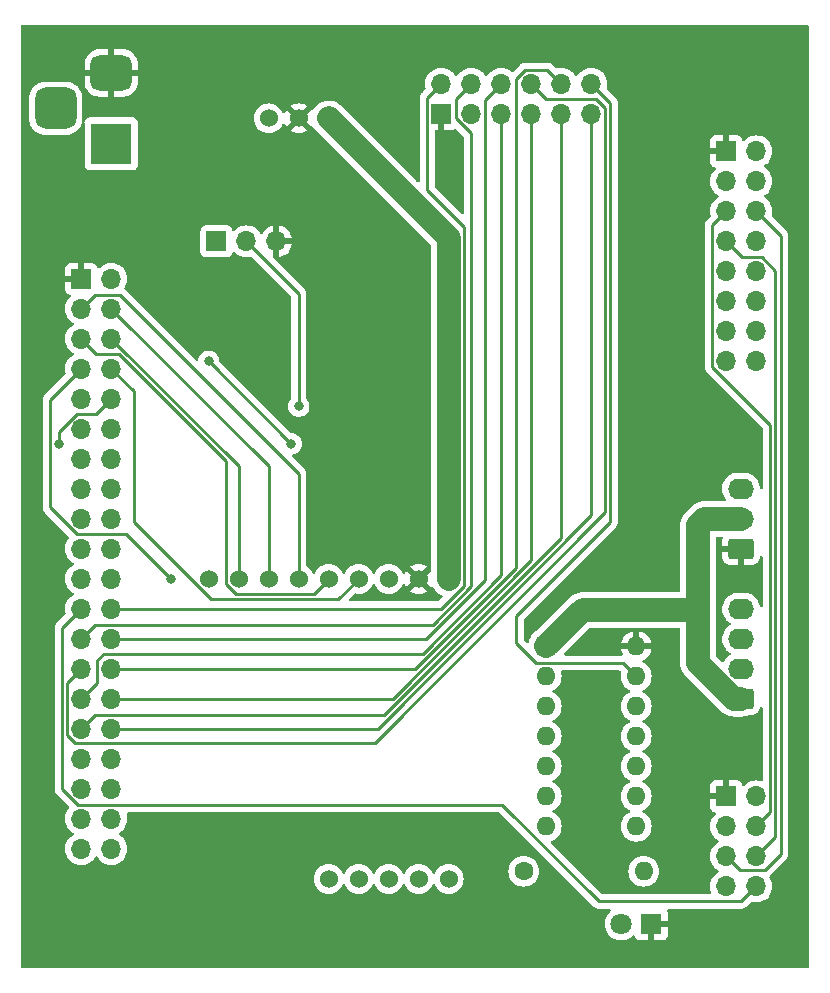
<source format=gbl>
%TF.GenerationSoftware,KiCad,Pcbnew,7.0.7*%
%TF.CreationDate,2023-09-28T16:31:27-05:00*%
%TF.ProjectId,iowa-rover-kiosk-main,696f7761-2d72-46f7-9665-722d6b696f73,rev?*%
%TF.SameCoordinates,Original*%
%TF.FileFunction,Copper,L2,Bot*%
%TF.FilePolarity,Positive*%
%FSLAX46Y46*%
G04 Gerber Fmt 4.6, Leading zero omitted, Abs format (unit mm)*
G04 Created by KiCad (PCBNEW 7.0.7) date 2023-09-28 16:31:27*
%MOMM*%
%LPD*%
G01*
G04 APERTURE LIST*
G04 Aperture macros list*
%AMRoundRect*
0 Rectangle with rounded corners*
0 $1 Rounding radius*
0 $2 $3 $4 $5 $6 $7 $8 $9 X,Y pos of 4 corners*
0 Add a 4 corners polygon primitive as box body*
4,1,4,$2,$3,$4,$5,$6,$7,$8,$9,$2,$3,0*
0 Add four circle primitives for the rounded corners*
1,1,$1+$1,$2,$3*
1,1,$1+$1,$4,$5*
1,1,$1+$1,$6,$7*
1,1,$1+$1,$8,$9*
0 Add four rect primitives between the rounded corners*
20,1,$1+$1,$2,$3,$4,$5,0*
20,1,$1+$1,$4,$5,$6,$7,0*
20,1,$1+$1,$6,$7,$8,$9,0*
20,1,$1+$1,$8,$9,$2,$3,0*%
G04 Aperture macros list end*
%TA.AperFunction,ComponentPad*%
%ADD10C,1.524000*%
%TD*%
%TA.AperFunction,ComponentPad*%
%ADD11R,1.700000X1.700000*%
%TD*%
%TA.AperFunction,ComponentPad*%
%ADD12O,1.700000X1.700000*%
%TD*%
%TA.AperFunction,ComponentPad*%
%ADD13R,3.500000X3.500000*%
%TD*%
%TA.AperFunction,ComponentPad*%
%ADD14RoundRect,0.750000X-1.000000X0.750000X-1.000000X-0.750000X1.000000X-0.750000X1.000000X0.750000X0*%
%TD*%
%TA.AperFunction,ComponentPad*%
%ADD15RoundRect,0.875000X-0.875000X0.875000X-0.875000X-0.875000X0.875000X-0.875000X0.875000X0.875000X0*%
%TD*%
%TA.AperFunction,ComponentPad*%
%ADD16R,1.800000X1.800000*%
%TD*%
%TA.AperFunction,ComponentPad*%
%ADD17C,1.800000*%
%TD*%
%TA.AperFunction,ComponentPad*%
%ADD18C,1.600000*%
%TD*%
%TA.AperFunction,ComponentPad*%
%ADD19O,1.600000X1.600000*%
%TD*%
%TA.AperFunction,ComponentPad*%
%ADD20RoundRect,0.250000X0.845000X-0.620000X0.845000X0.620000X-0.845000X0.620000X-0.845000X-0.620000X0*%
%TD*%
%TA.AperFunction,ComponentPad*%
%ADD21O,2.190000X1.740000*%
%TD*%
%TA.AperFunction,ComponentPad*%
%ADD22R,1.600000X1.600000*%
%TD*%
%TA.AperFunction,ViaPad*%
%ADD23C,0.800000*%
%TD*%
%TA.AperFunction,Conductor*%
%ADD24C,0.250000*%
%TD*%
%TA.AperFunction,Conductor*%
%ADD25C,2.000000*%
%TD*%
G04 APERTURE END LIST*
D10*
%TO.P,U1,1,Vin*%
%TO.N,+5V*%
X78740000Y-93980000D03*
%TO.P,U1,2,GND*%
%TO.N,GND*%
X76200000Y-93980000D03*
%TO.P,U1,3,EN*%
%TO.N,unconnected-(U1-EN-Pad3)*%
X73660000Y-93980000D03*
%TO.P,U1,4,G0*%
%TO.N,Net-(J1-D19_INT)*%
X71120000Y-93980000D03*
%TO.P,U1,5,SCK*%
%TO.N,Net-(J1-D52_SCK)*%
X68580000Y-93980000D03*
%TO.P,U1,6,MISO*%
%TO.N,Net-(J1-D50_CIPO)*%
X66040000Y-93980000D03*
%TO.P,U1,7,MOSI*%
%TO.N,Net-(J1-D51_COPI)*%
X63500000Y-93980000D03*
%TO.P,U1,8,CS*%
%TO.N,Net-(J1-D53_CS)*%
X60960000Y-93980000D03*
%TO.P,U1,9,RST*%
%TO.N,Net-(J1-D45_RST)*%
X58420000Y-93980000D03*
%TO.P,U1,10,G1*%
%TO.N,unconnected-(U1-G1-Pad10)*%
X78740000Y-119380000D03*
%TO.P,U1,11,G2*%
%TO.N,unconnected-(U1-G2-Pad11)*%
X76200000Y-119380000D03*
%TO.P,U1,12,G3*%
%TO.N,unconnected-(U1-G3-Pad12)*%
X73660000Y-119380000D03*
%TO.P,U1,13,G4*%
%TO.N,unconnected-(U1-G4-Pad13)*%
X71120000Y-119380000D03*
%TO.P,U1,14,G5*%
%TO.N,unconnected-(U1-G5-Pad14)*%
X68580000Y-119380000D03*
%TD*%
D11*
%TO.P,JP1,1,A*%
%TO.N,+5V*%
X59070000Y-65405000D03*
D12*
%TO.P,JP1,2,C*%
%TO.N,Net-(J1-KIOSK)*%
X61610000Y-65405000D03*
%TO.P,JP1,3,B*%
%TO.N,GND*%
X64150000Y-65405000D03*
%TD*%
D11*
%TO.P,J1,1,GND*%
%TO.N,GND*%
X47625000Y-68580000D03*
D12*
%TO.P,J1,2,VIN*%
%TO.N,+12V*%
X50165000Y-68580000D03*
%TO.P,J1,3,D50_CIPO*%
%TO.N,Net-(J1-D50_CIPO)*%
X47625000Y-71120000D03*
%TO.P,J1,4,D51_COPI*%
%TO.N,Net-(J1-D51_COPI)*%
X50165000Y-71120000D03*
%TO.P,J1,5,D52_SCK*%
%TO.N,Net-(J1-D52_SCK)*%
X47625000Y-73660000D03*
%TO.P,J1,6,D53_CS*%
%TO.N,Net-(J1-D53_CS)*%
X50165000Y-73660000D03*
%TO.P,J1,7,D45_RST*%
%TO.N,Net-(J1-D45_RST)*%
X47625000Y-76200000D03*
%TO.P,J1,8,D19_INT*%
%TO.N,Net-(J1-D19_INT)*%
X50165000Y-76200000D03*
%TO.P,J1,9,D20_SDA*%
%TO.N,/SDA*%
X47625000Y-78740000D03*
%TO.P,J1,10,D21_SCL*%
%TO.N,/SCL*%
X50165000Y-78740000D03*
%TO.P,J1,11,D12_DATA*%
%TO.N,/DATA*%
X47625000Y-81280000D03*
%TO.P,J1,12,D10_CLOCK*%
%TO.N,/CLOCK*%
X50165000Y-81280000D03*
%TO.P,J1,13,D9_LATCH*%
%TO.N,/LATCH*%
X47625000Y-83820000D03*
%TO.P,J1,14,D6_NEO*%
%TO.N,Net-(J1-D6_NEO)*%
X50165000Y-83820000D03*
%TO.P,J1,15,B1_DOWN*%
%TO.N,/B1_DOWN*%
X47625000Y-86360000D03*
%TO.P,J1,16,B1_UP*%
%TO.N,/B1_UP*%
X50165000Y-86360000D03*
%TO.P,J1,17,B2_DOWN*%
%TO.N,/B2_DOWN*%
X47625000Y-88900000D03*
%TO.P,J1,18,B2_UP*%
%TO.N,/B2_UP*%
X50165000Y-88900000D03*
%TO.P,J1,19,B3_DOWN*%
%TO.N,/B3_DOWN*%
X47625000Y-91440000D03*
%TO.P,J1,20,B3_UP*%
%TO.N,/B3_UP*%
X50165000Y-91440000D03*
%TO.P,J1,21,B4_DOWN*%
%TO.N,/B4_DOWN*%
X47625000Y-93980000D03*
%TO.P,J1,22,B4_UP*%
%TO.N,/B4_UP*%
X50165000Y-93980000D03*
%TO.P,J1,23,BTX*%
%TO.N,/BTX*%
X47625000Y-96520000D03*
%TO.P,J1,24,BP1*%
%TO.N,/B1*%
X50165000Y-96520000D03*
%TO.P,J1,25,BP2*%
%TO.N,/B2*%
X47625000Y-99060000D03*
%TO.P,J1,26,BP3*%
%TO.N,/B3*%
X50165000Y-99060000D03*
%TO.P,J1,27,BP4*%
%TO.N,/B4*%
X47625000Y-101600000D03*
%TO.P,J1,28,BP5*%
%TO.N,/B5*%
X50165000Y-101600000D03*
%TO.P,J1,29,LP1*%
%TO.N,/LED1*%
X47625000Y-104140000D03*
%TO.P,J1,30,LP2*%
%TO.N,/LED2*%
X50165000Y-104140000D03*
%TO.P,J1,31,LP3*%
%TO.N,/LED3*%
X47625000Y-106680000D03*
%TO.P,J1,32,LP4*%
%TO.N,/LED4*%
X50165000Y-106680000D03*
%TO.P,J1,33,KIOSK*%
%TO.N,Net-(J1-KIOSK)*%
X47625000Y-109220000D03*
%TO.P,J1,34,NC*%
%TO.N,unconnected-(J1-NC-Pad34)*%
X50165000Y-109220000D03*
%TO.P,J1,35,NC*%
%TO.N,unconnected-(J1-NC-Pad35)*%
X47625000Y-111760000D03*
%TO.P,J1,36,NC*%
%TO.N,unconnected-(J1-NC-Pad36)*%
X50165000Y-111760000D03*
%TO.P,J1,37,NC*%
%TO.N,unconnected-(J1-NC-Pad37)*%
X47625000Y-114300000D03*
%TO.P,J1,38,NC*%
%TO.N,unconnected-(J1-NC-Pad38)*%
X50165000Y-114300000D03*
%TO.P,J1,39,NC*%
%TO.N,unconnected-(J1-NC-Pad39)*%
X47625000Y-116840000D03*
%TO.P,J1,40,NC*%
%TO.N,unconnected-(J1-NC-Pad40)*%
X50165000Y-116840000D03*
%TD*%
D13*
%TO.P,J2,1*%
%TO.N,+12V*%
X50165000Y-57150000D03*
D14*
%TO.P,J2,2*%
%TO.N,GND*%
X50165000Y-51150000D03*
D15*
%TO.P,J2,3*%
%TO.N,N/C*%
X45465000Y-54150000D03*
%TD*%
D16*
%TO.P,D1,1,K*%
%TO.N,GND*%
X95890000Y-123190000D03*
D17*
%TO.P,D1,2,A*%
%TO.N,Net-(D1-A)*%
X93350000Y-123190000D03*
%TD*%
D18*
%TO.P,R1,1*%
%TO.N,Net-(U3-XTAL1{slash}PB0)*%
X85090000Y-118745000D03*
D19*
%TO.P,R1,2*%
%TO.N,Net-(D1-A)*%
X95250000Y-118745000D03*
%TD*%
D20*
%TO.P,J7,1,Pin_1*%
%TO.N,GND*%
X103485000Y-91440000D03*
D21*
%TO.P,J7,2,Pin_2*%
%TO.N,+5V*%
X103485000Y-88900000D03*
%TO.P,J7,3,Pin_3*%
%TO.N,Net-(J1-D6_NEO)*%
X103485000Y-86360000D03*
%TD*%
D10*
%TO.P,U2,1,PWR*%
%TO.N,+12V*%
X63500000Y-54991000D03*
%TO.P,U2,2,GND*%
%TO.N,GND*%
X66040000Y-54991000D03*
%TO.P,U2,3,+5V*%
%TO.N,+5V*%
X68580000Y-54991000D03*
%TD*%
D20*
%TO.P,J4,1,Pin_1*%
%TO.N,+5V*%
X103505000Y-104140000D03*
D21*
%TO.P,J4,2,Pin_2*%
%TO.N,GND*%
X103505000Y-101600000D03*
%TO.P,J4,3,Pin_3*%
%TO.N,/SDA*%
X103505000Y-99060000D03*
%TO.P,J4,4,Pin_4*%
%TO.N,/SCL*%
X103505000Y-96520000D03*
%TD*%
D11*
%TO.P,J5,1,Pin_1*%
%TO.N,GND*%
X102235000Y-57785000D03*
D12*
%TO.P,J5,2,Pin_2*%
%TO.N,+12V*%
X104775000Y-57785000D03*
%TO.P,J5,3,Pin_3*%
%TO.N,+5V*%
X102235000Y-60325000D03*
%TO.P,J5,4,Pin_4*%
%TO.N,/DATA*%
X104775000Y-60325000D03*
%TO.P,J5,5,Pin_5*%
%TO.N,Net-(J5-Pin_5)*%
X102235000Y-62865000D03*
%TO.P,J5,6,Pin_6*%
%TO.N,/LATCH*%
X104775000Y-62865000D03*
%TO.P,J5,7,Pin_7*%
%TO.N,/CLOCK*%
X102235000Y-65405000D03*
%TO.P,J5,8,Pin_8*%
%TO.N,unconnected-(J5-Pin_8-Pad8)*%
X104775000Y-65405000D03*
%TO.P,J5,9,Pin_9*%
%TO.N,/B1_UP*%
X102235000Y-67945000D03*
%TO.P,J5,10,Pin_10*%
%TO.N,/B1_DOWN*%
X104775000Y-67945000D03*
%TO.P,J5,11,Pin_11*%
%TO.N,/B2_UP*%
X102235000Y-70485000D03*
%TO.P,J5,12,Pin_12*%
%TO.N,/B2_DOWN*%
X104775000Y-70485000D03*
%TO.P,J5,13,Pin_13*%
%TO.N,/B3_UP*%
X102235000Y-73025000D03*
%TO.P,J5,14,Pin_14*%
%TO.N,/B3_DOWN*%
X104775000Y-73025000D03*
%TO.P,J5,15,Pin_15*%
%TO.N,/B4_UP*%
X102235000Y-75565000D03*
%TO.P,J5,16,Pin_16*%
%TO.N,/B4_DOWN*%
X104775000Y-75565000D03*
%TD*%
D11*
%TO.P,J3,1,Pin_1*%
%TO.N,GND*%
X78105000Y-54610000D03*
D12*
%TO.P,J3,2,Pin_2*%
%TO.N,/B1*%
X78105000Y-52070000D03*
%TO.P,J3,3,Pin_3*%
%TO.N,+5V*%
X80645000Y-54610000D03*
%TO.P,J3,4,Pin_4*%
%TO.N,/B2*%
X80645000Y-52070000D03*
%TO.P,J3,5,Pin_5*%
%TO.N,/LED1*%
X83185000Y-54610000D03*
%TO.P,J3,6,Pin_6*%
%TO.N,/B3*%
X83185000Y-52070000D03*
%TO.P,J3,7,Pin_7*%
%TO.N,/LED2*%
X85725000Y-54610000D03*
%TO.P,J3,8,Pin_8*%
%TO.N,/B4*%
X85725000Y-52070000D03*
%TO.P,J3,9,Pin_9*%
%TO.N,/LED3*%
X88265000Y-54610000D03*
%TO.P,J3,10,Pin_10*%
%TO.N,/B5*%
X88265000Y-52070000D03*
%TO.P,J3,11,Pin_11*%
%TO.N,/LED4*%
X90805000Y-54610000D03*
%TO.P,J3,12,Pin_12*%
%TO.N,Net-(J3-Pin_12)*%
X90805000Y-52070000D03*
%TD*%
D22*
%TO.P,U3,1,VCC*%
%TO.N,+5V*%
X86995000Y-99695000D03*
D19*
%TO.P,U3,2,XTAL1/PB0*%
%TO.N,Net-(U3-XTAL1{slash}PB0)*%
X86995000Y-102235000D03*
%TO.P,U3,3,XTAL2/PB1*%
%TO.N,unconnected-(U3-XTAL2{slash}PB1-Pad3)*%
X86995000Y-104775000D03*
%TO.P,U3,4,~{RESET}/PB3*%
%TO.N,unconnected-(U3-~{RESET}{slash}PB3-Pad4)*%
X86995000Y-107315000D03*
%TO.P,U3,5,PB2*%
%TO.N,unconnected-(U3-PB2-Pad5)*%
X86995000Y-109855000D03*
%TO.P,U3,6,PA7*%
%TO.N,unconnected-(U3-PA7-Pad6)*%
X86995000Y-112395000D03*
%TO.P,U3,7,PA6*%
%TO.N,/SDA*%
X86995000Y-114935000D03*
%TO.P,U3,8,PA5*%
%TO.N,unconnected-(U3-PA5-Pad8)*%
X94615000Y-114935000D03*
%TO.P,U3,9,PA4*%
%TO.N,/SCL*%
X94615000Y-112395000D03*
%TO.P,U3,10,PA3*%
%TO.N,unconnected-(U3-PA3-Pad10)*%
X94615000Y-109855000D03*
%TO.P,U3,11,PA2*%
%TO.N,unconnected-(U3-PA2-Pad11)*%
X94615000Y-107315000D03*
%TO.P,U3,12,PA1*%
%TO.N,unconnected-(U3-PA1-Pad12)*%
X94615000Y-104775000D03*
%TO.P,U3,13,AREF/PA0*%
%TO.N,Net-(J3-Pin_12)*%
X94615000Y-102235000D03*
%TO.P,U3,14,GND*%
%TO.N,GND*%
X94615000Y-99695000D03*
%TD*%
D11*
%TO.P,J6,1,Pin_1*%
%TO.N,GND*%
X102235000Y-112395000D03*
D12*
%TO.P,J6,2,Pin_2*%
%TO.N,+12V*%
X104775000Y-112395000D03*
%TO.P,J6,3,Pin_3*%
%TO.N,+5V*%
X102235000Y-114935000D03*
%TO.P,J6,4,Pin_4*%
%TO.N,Net-(J5-Pin_5)*%
X104775000Y-114935000D03*
%TO.P,J6,5,Pin_5*%
%TO.N,/LATCH*%
X102235000Y-117475000D03*
%TO.P,J6,6,Pin_6*%
%TO.N,/CLOCK*%
X104775000Y-117475000D03*
%TO.P,J6,7,Pin_7*%
%TO.N,unconnected-(J6-Pin_7-Pad7)*%
X102235000Y-120015000D03*
%TO.P,J6,8,Pin_8*%
%TO.N,/BTX*%
X104775000Y-120015000D03*
%TD*%
D23*
%TO.N,Net-(J1-D45_RST)*%
X55245000Y-93980000D03*
%TO.N,/SCL*%
X45720000Y-82550000D03*
%TO.N,Net-(J1-D6_NEO)*%
X58420000Y-75565000D03*
X65405000Y-82550000D03*
%TO.N,Net-(J1-KIOSK)*%
X66040000Y-79375000D03*
%TD*%
D24*
%TO.N,Net-(J1-D50_CIPO)*%
X66040000Y-93980000D02*
X66040000Y-85090000D01*
X66040000Y-85090000D02*
X50895000Y-69945000D01*
X50895000Y-69945000D02*
X48800000Y-69945000D01*
X48800000Y-69945000D02*
X47625000Y-71120000D01*
%TO.N,Net-(J1-D51_COPI)*%
X63500000Y-93980000D02*
X63500000Y-84455000D01*
X63500000Y-84455000D02*
X50165000Y-71120000D01*
%TO.N,Net-(J1-D52_SCK)*%
X59873000Y-94430251D02*
X59873000Y-84004396D01*
X50798604Y-74930000D02*
X48895000Y-74930000D01*
X60692749Y-95250000D02*
X59873000Y-94430251D01*
X67310000Y-95250000D02*
X60692749Y-95250000D01*
X48895000Y-74930000D02*
X47625000Y-73660000D01*
X68580000Y-93980000D02*
X67310000Y-95250000D01*
X59873000Y-84004396D02*
X50798604Y-74930000D01*
%TO.N,Net-(J1-D53_CS)*%
X60960000Y-84455000D02*
X60960000Y-93980000D01*
X50165000Y-73660000D02*
X60960000Y-84455000D01*
%TO.N,Net-(J1-D45_RST)*%
X47233299Y-90170000D02*
X51435000Y-90170000D01*
X51435000Y-90170000D02*
X55245000Y-93980000D01*
X47625000Y-76200000D02*
X44995000Y-78830000D01*
X44995000Y-78830000D02*
X44995000Y-87931701D01*
X44995000Y-87931701D02*
X47233299Y-90170000D01*
%TO.N,Net-(J1-D19_INT)*%
X69400000Y-95700000D02*
X58602749Y-95700000D01*
X71120000Y-93980000D02*
X69400000Y-95700000D01*
X52069302Y-78104302D02*
X50165000Y-76200000D01*
X58602749Y-95700000D02*
X52069302Y-89166553D01*
X52069302Y-89166553D02*
X52069302Y-78104302D01*
%TO.N,/SCL*%
X47233299Y-80010000D02*
X48895000Y-80010000D01*
X45720000Y-81523299D02*
X47233299Y-80010000D01*
X45720000Y-82550000D02*
X45720000Y-81523299D01*
X48895000Y-80010000D02*
X50165000Y-78740000D01*
%TO.N,/CLOCK*%
X102235000Y-65405000D02*
X103600000Y-66770000D01*
X105261701Y-66770000D02*
X106400000Y-67908299D01*
X106400000Y-67908299D02*
X106400000Y-115850000D01*
X103600000Y-66770000D02*
X105261701Y-66770000D01*
X106400000Y-115850000D02*
X104775000Y-117475000D01*
%TO.N,/LATCH*%
X106850000Y-64940000D02*
X104775000Y-62865000D01*
X105505000Y-118650000D02*
X106850000Y-117305000D01*
X106850000Y-117305000D02*
X106850000Y-64940000D01*
X102235000Y-117475000D02*
X103410000Y-118650000D01*
X103410000Y-118650000D02*
X105505000Y-118650000D01*
%TO.N,Net-(J1-D6_NEO)*%
X58420000Y-75565000D02*
X65405000Y-82550000D01*
%TO.N,/BTX*%
X103505000Y-121285000D02*
X104775000Y-120015000D01*
X46000000Y-98145000D02*
X46000000Y-111796701D01*
X83280000Y-113125000D02*
X91440000Y-121285000D01*
X47625000Y-96520000D02*
X46000000Y-98145000D01*
X46000000Y-111796701D02*
X47328299Y-113125000D01*
X91440000Y-121285000D02*
X103505000Y-121285000D01*
X47328299Y-113125000D02*
X83280000Y-113125000D01*
%TO.N,/B1*%
X78105000Y-96520000D02*
X50165000Y-96520000D01*
X78105000Y-52070000D02*
X76930000Y-53245000D01*
X80065000Y-94560000D02*
X78105000Y-96520000D01*
X76930000Y-61055000D02*
X80065000Y-64190000D01*
X76930000Y-53245000D02*
X76930000Y-61055000D01*
X80065000Y-64190000D02*
X80065000Y-94560000D01*
%TO.N,/B2*%
X80645000Y-56271701D02*
X79375000Y-55001701D01*
X48800000Y-97885000D02*
X77376396Y-97885000D01*
X77376396Y-97885000D02*
X80645000Y-94616396D01*
X47625000Y-99060000D02*
X48800000Y-97885000D01*
X80645000Y-94616396D02*
X80645000Y-56271701D01*
X79375000Y-53340000D02*
X80645000Y-52070000D01*
X79375000Y-55001701D02*
X79375000Y-53340000D01*
%TO.N,/B3*%
X76837792Y-99060000D02*
X50165000Y-99060000D01*
X81820000Y-53435000D02*
X81820000Y-94077792D01*
X83185000Y-52070000D02*
X81820000Y-53435000D01*
X81820000Y-94077792D02*
X76837792Y-99060000D01*
%TO.N,/B4*%
X91980000Y-88360000D02*
X91980000Y-54123299D01*
X47625000Y-101600000D02*
X46450000Y-102775000D01*
X72485000Y-107855000D02*
X91980000Y-88360000D01*
X86995000Y-53340000D02*
X85725000Y-52070000D01*
X46450000Y-107166701D02*
X47138299Y-107855000D01*
X46450000Y-102775000D02*
X46450000Y-107166701D01*
X91980000Y-54123299D02*
X91196701Y-53340000D01*
X47138299Y-107855000D02*
X72485000Y-107855000D01*
X91196701Y-53340000D02*
X86995000Y-53340000D01*
%TO.N,/B5*%
X84455000Y-93029493D02*
X84455000Y-51678299D01*
X84455000Y-51678299D02*
X85238299Y-50895000D01*
X87090000Y-50895000D02*
X88265000Y-52070000D01*
X85238299Y-50895000D02*
X87090000Y-50895000D01*
X75884493Y-101600000D02*
X84455000Y-93029493D01*
X50165000Y-101600000D02*
X75884493Y-101600000D01*
%TO.N,/LED1*%
X48990000Y-102775000D02*
X48990000Y-100870000D01*
X83185000Y-93663097D02*
X83185000Y-54610000D01*
X49530000Y-100330000D02*
X76518097Y-100330000D01*
X76518097Y-100330000D02*
X83185000Y-93663097D01*
X47625000Y-104140000D02*
X48990000Y-102775000D01*
X48990000Y-100870000D02*
X49530000Y-100330000D01*
%TO.N,/LED2*%
X85725000Y-92395889D02*
X85725000Y-54610000D01*
X73980889Y-104140000D02*
X85725000Y-92395889D01*
X50165000Y-104140000D02*
X73980889Y-104140000D01*
%TO.N,/LED3*%
X48800000Y-105505000D02*
X73252285Y-105505000D01*
X88265000Y-90492285D02*
X88265000Y-54610000D01*
X47625000Y-106680000D02*
X48800000Y-105505000D01*
X73252285Y-105505000D02*
X88265000Y-90492285D01*
%TO.N,/LED4*%
X72713681Y-106680000D02*
X90805000Y-88588681D01*
X50165000Y-106680000D02*
X72713681Y-106680000D01*
X90805000Y-88588681D02*
X90805000Y-54610000D01*
%TO.N,Net-(J1-KIOSK)*%
X66040000Y-79375000D02*
X66040000Y-69835000D01*
X66040000Y-69835000D02*
X61610000Y-65405000D01*
D25*
%TO.N,+5V*%
X102892578Y-104140000D02*
X99825000Y-101072422D01*
X86995000Y-99695000D02*
X90075000Y-96615000D01*
X99825000Y-101072422D02*
X99825000Y-96615000D01*
X99825000Y-89465000D02*
X100390000Y-88900000D01*
X68580000Y-54991000D02*
X78740000Y-65151000D01*
X90075000Y-96615000D02*
X99825000Y-96615000D01*
X99825000Y-96615000D02*
X99825000Y-89465000D01*
X100390000Y-88900000D02*
X103485000Y-88900000D01*
X78740000Y-65151000D02*
X78740000Y-93980000D01*
X103505000Y-104140000D02*
X102892578Y-104140000D01*
D24*
%TO.N,Net-(J3-Pin_12)*%
X84455000Y-97155000D02*
X84455000Y-99405000D01*
X92430000Y-89180000D02*
X84455000Y-97155000D01*
X84455000Y-99405000D02*
X86160000Y-101110000D01*
X93490000Y-101110000D02*
X94615000Y-102235000D01*
X86160000Y-101110000D02*
X93490000Y-101110000D01*
X92430000Y-53695000D02*
X92430000Y-89180000D01*
X90805000Y-52070000D02*
X92430000Y-53695000D01*
%TO.N,Net-(J5-Pin_5)*%
X105950000Y-80941701D02*
X101060000Y-76051701D01*
X105950000Y-113760000D02*
X105950000Y-80941701D01*
X101060000Y-76051701D02*
X101060000Y-64040000D01*
X101060000Y-64040000D02*
X102235000Y-62865000D01*
X104775000Y-114935000D02*
X105950000Y-113760000D01*
%TD*%
%TA.AperFunction,Conductor*%
%TO.N,GND*%
G36*
X98267539Y-98135185D02*
G01*
X98313294Y-98187989D01*
X98324500Y-98239500D01*
X98324500Y-100975403D01*
X98324024Y-100983073D01*
X98322637Y-100994205D01*
X98320643Y-101010201D01*
X98324500Y-101103457D01*
X98324500Y-101134486D01*
X98327062Y-101165412D01*
X98330918Y-101258655D01*
X98336526Y-101285405D01*
X98337635Y-101293012D01*
X98339891Y-101320240D01*
X98339891Y-101320241D01*
X98349433Y-101357922D01*
X98362801Y-101410710D01*
X98381951Y-101502036D01*
X98381952Y-101502038D01*
X98391882Y-101527489D01*
X98394227Y-101534809D01*
X98400937Y-101561303D01*
X98417911Y-101600000D01*
X98438420Y-101646757D01*
X98472344Y-101733697D01*
X98486332Y-101757172D01*
X98489852Y-101764010D01*
X98500825Y-101789026D01*
X98500827Y-101789029D01*
X98551860Y-101867142D01*
X98599634Y-101947316D01*
X98617296Y-101968169D01*
X98621887Y-101974326D01*
X98636836Y-101997207D01*
X98636837Y-101997208D01*
X98700033Y-102065857D01*
X98720100Y-102089551D01*
X98742049Y-102111500D01*
X98805257Y-102180161D01*
X98826822Y-102196946D01*
X98832587Y-102202037D01*
X101762970Y-105132419D01*
X101768054Y-105138177D01*
X101784836Y-105159739D01*
X101784843Y-105159747D01*
X101853511Y-105222961D01*
X101875449Y-105244899D01*
X101899130Y-105264955D01*
X101967793Y-105328164D01*
X101967795Y-105328165D01*
X101967796Y-105328166D01*
X101990664Y-105343106D01*
X101996828Y-105347702D01*
X102017684Y-105365366D01*
X102097850Y-105413134D01*
X102175971Y-105464173D01*
X102200992Y-105475148D01*
X102207823Y-105478664D01*
X102231304Y-105492655D01*
X102250123Y-105499998D01*
X102318229Y-105526574D01*
X102380694Y-105553973D01*
X102403697Y-105564063D01*
X102403701Y-105564064D01*
X102430187Y-105570771D01*
X102437510Y-105573116D01*
X102462964Y-105583049D01*
X102554280Y-105602196D01*
X102644757Y-105625108D01*
X102671993Y-105627364D01*
X102679596Y-105628471D01*
X102706341Y-105634080D01*
X102799572Y-105637936D01*
X102830511Y-105640500D01*
X102830513Y-105640500D01*
X102861552Y-105640500D01*
X102954799Y-105644357D01*
X102971492Y-105642276D01*
X102981920Y-105640977D01*
X102989596Y-105640500D01*
X103567065Y-105640500D01*
X103567067Y-105640500D01*
X103644545Y-105634080D01*
X103752813Y-105625109D01*
X103752816Y-105625108D01*
X103752821Y-105625108D01*
X103993881Y-105564063D01*
X104092185Y-105520942D01*
X104141994Y-105510499D01*
X104400002Y-105510499D01*
X104400008Y-105510499D01*
X104502797Y-105499999D01*
X104669334Y-105444814D01*
X104818656Y-105352712D01*
X104942712Y-105228656D01*
X105034814Y-105079334D01*
X105082794Y-104934537D01*
X105122567Y-104877094D01*
X105187082Y-104850271D01*
X105255858Y-104862586D01*
X105307058Y-104910129D01*
X105324500Y-104973543D01*
X105324500Y-110982496D01*
X105304815Y-111049535D01*
X105252011Y-111095290D01*
X105182853Y-111105234D01*
X105168408Y-111102271D01*
X105010416Y-111059939D01*
X105010412Y-111059938D01*
X105010408Y-111059937D01*
X105010406Y-111059936D01*
X105010403Y-111059936D01*
X104775001Y-111039341D01*
X104774999Y-111039341D01*
X104539596Y-111059936D01*
X104539586Y-111059938D01*
X104311344Y-111121094D01*
X104311335Y-111121098D01*
X104097171Y-111220964D01*
X104097169Y-111220965D01*
X103903600Y-111356503D01*
X103781284Y-111478819D01*
X103719961Y-111512303D01*
X103650269Y-111507319D01*
X103594336Y-111465447D01*
X103577421Y-111434470D01*
X103528354Y-111302913D01*
X103528350Y-111302906D01*
X103442190Y-111187812D01*
X103442187Y-111187809D01*
X103327093Y-111101649D01*
X103327086Y-111101645D01*
X103192379Y-111051403D01*
X103192372Y-111051401D01*
X103132844Y-111045000D01*
X102485000Y-111045000D01*
X102485000Y-111782698D01*
X102465315Y-111849737D01*
X102412511Y-111895492D01*
X102343355Y-111905436D01*
X102270766Y-111895000D01*
X102270763Y-111895000D01*
X102199237Y-111895000D01*
X102199233Y-111895000D01*
X102126645Y-111905436D01*
X102057487Y-111895492D01*
X102004684Y-111849736D01*
X101985000Y-111782698D01*
X101985000Y-111045000D01*
X101337155Y-111045000D01*
X101277627Y-111051401D01*
X101277620Y-111051403D01*
X101142913Y-111101645D01*
X101142906Y-111101649D01*
X101027812Y-111187809D01*
X101027809Y-111187812D01*
X100941649Y-111302906D01*
X100941645Y-111302913D01*
X100891403Y-111437620D01*
X100891401Y-111437627D01*
X100885000Y-111497155D01*
X100885000Y-112145000D01*
X101621653Y-112145000D01*
X101688692Y-112164685D01*
X101734447Y-112217489D01*
X101744391Y-112286647D01*
X101740631Y-112303933D01*
X101735000Y-112323111D01*
X101735000Y-112466888D01*
X101740631Y-112486067D01*
X101740630Y-112555936D01*
X101702855Y-112614714D01*
X101639299Y-112643738D01*
X101621653Y-112645000D01*
X100885000Y-112645000D01*
X100885000Y-113292844D01*
X100891401Y-113352372D01*
X100891403Y-113352379D01*
X100941645Y-113487086D01*
X100941649Y-113487093D01*
X101027809Y-113602187D01*
X101027812Y-113602190D01*
X101142906Y-113688350D01*
X101142913Y-113688354D01*
X101274470Y-113737421D01*
X101330403Y-113779292D01*
X101354821Y-113844756D01*
X101339970Y-113913029D01*
X101318819Y-113941284D01*
X101196503Y-114063600D01*
X101060965Y-114257169D01*
X101060964Y-114257171D01*
X100961098Y-114471335D01*
X100961094Y-114471344D01*
X100899938Y-114699586D01*
X100899936Y-114699596D01*
X100879341Y-114934999D01*
X100879341Y-114935000D01*
X100899936Y-115170403D01*
X100899938Y-115170413D01*
X100961094Y-115398655D01*
X100961096Y-115398659D01*
X100961097Y-115398663D01*
X101030500Y-115547498D01*
X101060965Y-115612830D01*
X101060967Y-115612834D01*
X101169281Y-115767521D01*
X101196501Y-115806396D01*
X101196506Y-115806402D01*
X101363597Y-115973493D01*
X101363603Y-115973498D01*
X101549158Y-116103425D01*
X101592783Y-116158002D01*
X101599977Y-116227500D01*
X101568454Y-116289855D01*
X101549158Y-116306575D01*
X101363597Y-116436505D01*
X101196505Y-116603597D01*
X101060965Y-116797169D01*
X101060964Y-116797171D01*
X100961098Y-117011335D01*
X100961094Y-117011344D01*
X100899938Y-117239586D01*
X100899936Y-117239596D01*
X100879341Y-117474999D01*
X100879341Y-117475000D01*
X100899936Y-117710403D01*
X100899938Y-117710413D01*
X100961094Y-117938655D01*
X100961096Y-117938659D01*
X100961097Y-117938663D01*
X101032724Y-118092267D01*
X101060965Y-118152830D01*
X101060967Y-118152834D01*
X101196501Y-118346395D01*
X101196506Y-118346402D01*
X101363597Y-118513493D01*
X101363603Y-118513498D01*
X101549158Y-118643425D01*
X101592783Y-118698002D01*
X101599977Y-118767500D01*
X101568454Y-118829855D01*
X101549158Y-118846575D01*
X101363597Y-118976505D01*
X101196505Y-119143597D01*
X101060965Y-119337169D01*
X101060964Y-119337171D01*
X100961098Y-119551335D01*
X100961094Y-119551344D01*
X100899938Y-119779586D01*
X100899936Y-119779596D01*
X100879341Y-120014999D01*
X100879341Y-120015000D01*
X100899936Y-120250403D01*
X100899938Y-120250413D01*
X100961094Y-120478655D01*
X100961099Y-120478669D01*
X100963163Y-120483094D01*
X100973656Y-120552171D01*
X100945137Y-120615955D01*
X100886661Y-120654196D01*
X100850782Y-120659500D01*
X91750452Y-120659500D01*
X91683413Y-120639815D01*
X91662771Y-120623181D01*
X89784591Y-118745001D01*
X93944532Y-118745001D01*
X93964364Y-118971686D01*
X93964366Y-118971697D01*
X94023258Y-119191488D01*
X94023261Y-119191497D01*
X94119431Y-119397732D01*
X94119432Y-119397734D01*
X94249954Y-119584141D01*
X94410858Y-119745045D01*
X94410861Y-119745047D01*
X94597266Y-119875568D01*
X94803504Y-119971739D01*
X95023308Y-120030635D01*
X95185230Y-120044801D01*
X95249998Y-120050468D01*
X95250000Y-120050468D01*
X95250002Y-120050468D01*
X95306672Y-120045509D01*
X95476692Y-120030635D01*
X95696496Y-119971739D01*
X95902734Y-119875568D01*
X96089139Y-119745047D01*
X96250047Y-119584139D01*
X96380568Y-119397734D01*
X96476739Y-119191496D01*
X96535635Y-118971692D01*
X96555468Y-118745000D01*
X96535635Y-118518308D01*
X96476739Y-118298504D01*
X96380568Y-118092266D01*
X96250047Y-117905861D01*
X96250045Y-117905858D01*
X96089141Y-117744954D01*
X95902734Y-117614432D01*
X95902732Y-117614431D01*
X95696497Y-117518261D01*
X95696488Y-117518258D01*
X95476697Y-117459366D01*
X95476693Y-117459365D01*
X95476692Y-117459365D01*
X95476691Y-117459364D01*
X95476686Y-117459364D01*
X95250002Y-117439532D01*
X95249998Y-117439532D01*
X95023313Y-117459364D01*
X95023302Y-117459366D01*
X94803511Y-117518258D01*
X94803502Y-117518261D01*
X94597267Y-117614431D01*
X94597265Y-117614432D01*
X94410858Y-117744954D01*
X94249954Y-117905858D01*
X94119432Y-118092265D01*
X94119431Y-118092267D01*
X94023261Y-118298502D01*
X94023258Y-118298511D01*
X93964366Y-118518302D01*
X93964364Y-118518313D01*
X93944532Y-118744998D01*
X93944532Y-118745001D01*
X89784591Y-118745001D01*
X87402927Y-116363336D01*
X87369442Y-116302013D01*
X87374426Y-116232321D01*
X87416298Y-116176388D01*
X87438204Y-116163273D01*
X87441490Y-116161740D01*
X87441496Y-116161739D01*
X87647734Y-116065568D01*
X87834139Y-115935047D01*
X87995047Y-115774139D01*
X88125568Y-115587734D01*
X88221739Y-115381496D01*
X88280635Y-115161692D01*
X88300468Y-114935000D01*
X88280635Y-114708308D01*
X88221739Y-114488504D01*
X88125568Y-114282266D01*
X87995047Y-114095861D01*
X87995045Y-114095858D01*
X87834141Y-113934954D01*
X87647734Y-113804432D01*
X87647728Y-113804429D01*
X87589725Y-113777382D01*
X87537285Y-113731210D01*
X87518133Y-113664017D01*
X87538348Y-113597135D01*
X87589725Y-113552618D01*
X87647734Y-113525568D01*
X87834139Y-113395047D01*
X87995047Y-113234139D01*
X88125568Y-113047734D01*
X88221739Y-112841496D01*
X88280635Y-112621692D01*
X88300468Y-112395000D01*
X88280635Y-112168308D01*
X88221739Y-111948504D01*
X88125568Y-111742266D01*
X87995047Y-111555861D01*
X87995045Y-111555858D01*
X87834141Y-111394954D01*
X87647734Y-111264432D01*
X87647728Y-111264429D01*
X87589725Y-111237382D01*
X87537285Y-111191210D01*
X87518133Y-111124017D01*
X87538348Y-111057135D01*
X87589725Y-111012618D01*
X87647734Y-110985568D01*
X87834139Y-110855047D01*
X87995047Y-110694139D01*
X88125568Y-110507734D01*
X88221739Y-110301496D01*
X88280635Y-110081692D01*
X88300468Y-109855000D01*
X88280635Y-109628308D01*
X88221739Y-109408504D01*
X88125568Y-109202266D01*
X87995047Y-109015861D01*
X87995045Y-109015858D01*
X87834141Y-108854954D01*
X87647734Y-108724432D01*
X87647728Y-108724429D01*
X87589725Y-108697382D01*
X87537285Y-108651210D01*
X87518133Y-108584017D01*
X87538348Y-108517135D01*
X87589725Y-108472618D01*
X87647734Y-108445568D01*
X87834139Y-108315047D01*
X87995047Y-108154139D01*
X88125568Y-107967734D01*
X88221739Y-107761496D01*
X88280635Y-107541692D01*
X88300468Y-107315000D01*
X88280635Y-107088308D01*
X88221739Y-106868504D01*
X88125568Y-106662266D01*
X87995047Y-106475861D01*
X87995045Y-106475858D01*
X87834141Y-106314954D01*
X87647734Y-106184432D01*
X87647728Y-106184429D01*
X87589725Y-106157382D01*
X87537285Y-106111210D01*
X87518133Y-106044017D01*
X87538348Y-105977135D01*
X87589725Y-105932618D01*
X87647734Y-105905568D01*
X87834139Y-105775047D01*
X87995047Y-105614139D01*
X88125568Y-105427734D01*
X88221739Y-105221496D01*
X88280635Y-105001692D01*
X88300468Y-104775000D01*
X88280635Y-104548308D01*
X88221739Y-104328504D01*
X88125568Y-104122266D01*
X87995047Y-103935861D01*
X87995045Y-103935858D01*
X87834141Y-103774954D01*
X87647734Y-103644432D01*
X87647728Y-103644429D01*
X87589725Y-103617382D01*
X87537285Y-103571210D01*
X87518133Y-103504017D01*
X87538348Y-103437135D01*
X87589725Y-103392618D01*
X87647734Y-103365568D01*
X87834139Y-103235047D01*
X87995047Y-103074139D01*
X88125568Y-102887734D01*
X88221739Y-102681496D01*
X88280635Y-102461692D01*
X88300468Y-102235000D01*
X88296968Y-102195000D01*
X88287743Y-102089551D01*
X88280635Y-102008308D01*
X88262319Y-101939951D01*
X88249362Y-101891593D01*
X88251025Y-101821743D01*
X88290188Y-101763881D01*
X88354417Y-101736377D01*
X88369137Y-101735500D01*
X93179547Y-101735500D01*
X93246586Y-101755185D01*
X93267229Y-101771820D01*
X93315587Y-101820179D01*
X93349071Y-101881502D01*
X93347680Y-101939951D01*
X93329367Y-102008300D01*
X93329364Y-102008313D01*
X93309532Y-102234999D01*
X93309532Y-102235001D01*
X93329364Y-102461686D01*
X93329366Y-102461697D01*
X93388258Y-102681488D01*
X93388261Y-102681497D01*
X93484431Y-102887732D01*
X93484432Y-102887734D01*
X93614954Y-103074141D01*
X93775858Y-103235045D01*
X93775861Y-103235047D01*
X93962266Y-103365568D01*
X94020275Y-103392618D01*
X94072714Y-103438791D01*
X94091866Y-103505984D01*
X94071650Y-103572865D01*
X94020275Y-103617382D01*
X93962267Y-103644431D01*
X93962265Y-103644432D01*
X93775858Y-103774954D01*
X93614954Y-103935858D01*
X93484432Y-104122265D01*
X93484431Y-104122267D01*
X93388261Y-104328502D01*
X93388258Y-104328511D01*
X93329366Y-104548302D01*
X93329364Y-104548313D01*
X93309532Y-104774998D01*
X93309532Y-104775001D01*
X93329364Y-105001686D01*
X93329366Y-105001697D01*
X93388258Y-105221488D01*
X93388261Y-105221497D01*
X93484431Y-105427732D01*
X93484432Y-105427734D01*
X93614954Y-105614141D01*
X93775858Y-105775045D01*
X93775861Y-105775047D01*
X93962266Y-105905568D01*
X94020275Y-105932618D01*
X94072714Y-105978791D01*
X94091866Y-106045984D01*
X94071650Y-106112865D01*
X94020275Y-106157382D01*
X93962267Y-106184431D01*
X93962265Y-106184432D01*
X93775858Y-106314954D01*
X93614954Y-106475858D01*
X93484432Y-106662265D01*
X93484431Y-106662267D01*
X93388261Y-106868502D01*
X93388258Y-106868511D01*
X93329366Y-107088302D01*
X93329364Y-107088313D01*
X93309532Y-107314998D01*
X93309532Y-107315001D01*
X93329364Y-107541686D01*
X93329366Y-107541697D01*
X93388258Y-107761488D01*
X93388261Y-107761497D01*
X93484431Y-107967732D01*
X93484432Y-107967734D01*
X93614954Y-108154141D01*
X93775858Y-108315045D01*
X93775861Y-108315047D01*
X93962266Y-108445568D01*
X94020275Y-108472618D01*
X94072714Y-108518791D01*
X94091866Y-108585984D01*
X94071650Y-108652865D01*
X94020275Y-108697382D01*
X93962267Y-108724431D01*
X93962265Y-108724432D01*
X93775858Y-108854954D01*
X93614954Y-109015858D01*
X93484432Y-109202265D01*
X93484431Y-109202267D01*
X93388261Y-109408502D01*
X93388258Y-109408511D01*
X93329366Y-109628302D01*
X93329364Y-109628313D01*
X93309532Y-109854998D01*
X93309532Y-109855001D01*
X93329364Y-110081686D01*
X93329366Y-110081697D01*
X93388258Y-110301488D01*
X93388261Y-110301497D01*
X93484431Y-110507732D01*
X93484432Y-110507734D01*
X93614954Y-110694141D01*
X93775858Y-110855045D01*
X93775861Y-110855047D01*
X93962266Y-110985568D01*
X94020275Y-111012618D01*
X94072714Y-111058791D01*
X94091866Y-111125984D01*
X94071650Y-111192865D01*
X94020275Y-111237382D01*
X93962267Y-111264431D01*
X93962265Y-111264432D01*
X93775858Y-111394954D01*
X93614954Y-111555858D01*
X93484432Y-111742265D01*
X93484431Y-111742267D01*
X93388261Y-111948502D01*
X93388258Y-111948511D01*
X93329366Y-112168302D01*
X93329364Y-112168313D01*
X93309532Y-112394998D01*
X93309532Y-112395001D01*
X93329364Y-112621686D01*
X93329366Y-112621697D01*
X93388258Y-112841488D01*
X93388261Y-112841497D01*
X93484431Y-113047732D01*
X93484432Y-113047734D01*
X93614954Y-113234141D01*
X93775858Y-113395045D01*
X93775861Y-113395047D01*
X93962266Y-113525568D01*
X94020275Y-113552618D01*
X94072714Y-113598791D01*
X94091866Y-113665984D01*
X94071650Y-113732865D01*
X94020275Y-113777382D01*
X93962267Y-113804431D01*
X93962265Y-113804432D01*
X93775858Y-113934954D01*
X93614954Y-114095858D01*
X93484432Y-114282265D01*
X93484431Y-114282267D01*
X93388261Y-114488502D01*
X93388258Y-114488511D01*
X93329366Y-114708302D01*
X93329364Y-114708313D01*
X93309532Y-114934998D01*
X93309532Y-114935001D01*
X93329364Y-115161686D01*
X93329366Y-115161697D01*
X93388258Y-115381488D01*
X93388261Y-115381497D01*
X93484431Y-115587732D01*
X93484432Y-115587734D01*
X93614954Y-115774141D01*
X93775858Y-115935045D01*
X93775861Y-115935047D01*
X93962266Y-116065568D01*
X94168504Y-116161739D01*
X94168509Y-116161740D01*
X94168511Y-116161741D01*
X94170116Y-116162171D01*
X94388308Y-116220635D01*
X94550230Y-116234801D01*
X94614998Y-116240468D01*
X94615000Y-116240468D01*
X94615002Y-116240468D01*
X94671672Y-116235509D01*
X94841692Y-116220635D01*
X95061496Y-116161739D01*
X95267734Y-116065568D01*
X95454139Y-115935047D01*
X95615047Y-115774139D01*
X95745568Y-115587734D01*
X95841739Y-115381496D01*
X95900635Y-115161692D01*
X95920468Y-114935000D01*
X95900635Y-114708308D01*
X95841739Y-114488504D01*
X95745568Y-114282266D01*
X95615047Y-114095861D01*
X95615045Y-114095858D01*
X95454141Y-113934954D01*
X95267734Y-113804432D01*
X95267728Y-113804429D01*
X95209725Y-113777382D01*
X95157285Y-113731210D01*
X95138133Y-113664017D01*
X95158348Y-113597135D01*
X95209725Y-113552618D01*
X95267734Y-113525568D01*
X95454139Y-113395047D01*
X95615047Y-113234139D01*
X95745568Y-113047734D01*
X95841739Y-112841496D01*
X95900635Y-112621692D01*
X95920468Y-112395000D01*
X95900635Y-112168308D01*
X95841739Y-111948504D01*
X95745568Y-111742266D01*
X95615047Y-111555861D01*
X95615045Y-111555858D01*
X95454141Y-111394954D01*
X95267734Y-111264432D01*
X95267728Y-111264429D01*
X95209725Y-111237382D01*
X95157285Y-111191210D01*
X95138133Y-111124017D01*
X95158348Y-111057135D01*
X95209725Y-111012618D01*
X95267734Y-110985568D01*
X95454139Y-110855047D01*
X95615047Y-110694139D01*
X95745568Y-110507734D01*
X95841739Y-110301496D01*
X95900635Y-110081692D01*
X95920468Y-109855000D01*
X95900635Y-109628308D01*
X95841739Y-109408504D01*
X95745568Y-109202266D01*
X95615047Y-109015861D01*
X95615045Y-109015858D01*
X95454141Y-108854954D01*
X95267734Y-108724432D01*
X95267728Y-108724429D01*
X95209725Y-108697382D01*
X95157285Y-108651210D01*
X95138133Y-108584017D01*
X95158348Y-108517135D01*
X95209725Y-108472618D01*
X95267734Y-108445568D01*
X95454139Y-108315047D01*
X95615047Y-108154139D01*
X95745568Y-107967734D01*
X95841739Y-107761496D01*
X95900635Y-107541692D01*
X95920468Y-107315000D01*
X95900635Y-107088308D01*
X95841739Y-106868504D01*
X95745568Y-106662266D01*
X95615047Y-106475861D01*
X95615045Y-106475858D01*
X95454141Y-106314954D01*
X95267734Y-106184432D01*
X95267728Y-106184429D01*
X95209725Y-106157382D01*
X95157285Y-106111210D01*
X95138133Y-106044017D01*
X95158348Y-105977135D01*
X95209725Y-105932618D01*
X95267734Y-105905568D01*
X95454139Y-105775047D01*
X95615047Y-105614139D01*
X95745568Y-105427734D01*
X95841739Y-105221496D01*
X95900635Y-105001692D01*
X95920468Y-104775000D01*
X95900635Y-104548308D01*
X95841739Y-104328504D01*
X95745568Y-104122266D01*
X95615047Y-103935861D01*
X95615045Y-103935858D01*
X95454141Y-103774954D01*
X95267734Y-103644432D01*
X95267728Y-103644429D01*
X95209725Y-103617382D01*
X95157285Y-103571210D01*
X95138133Y-103504017D01*
X95158348Y-103437135D01*
X95209725Y-103392618D01*
X95267734Y-103365568D01*
X95454139Y-103235047D01*
X95615047Y-103074139D01*
X95745568Y-102887734D01*
X95841739Y-102681496D01*
X95900635Y-102461692D01*
X95920468Y-102235000D01*
X95916968Y-102195000D01*
X95907743Y-102089551D01*
X95900635Y-102008308D01*
X95841739Y-101788504D01*
X95745568Y-101582266D01*
X95615047Y-101395861D01*
X95615045Y-101395858D01*
X95454141Y-101234954D01*
X95267734Y-101104432D01*
X95267732Y-101104431D01*
X95256275Y-101099088D01*
X95209132Y-101077105D01*
X95156694Y-101030934D01*
X95137542Y-100963740D01*
X95157758Y-100896859D01*
X95209134Y-100852341D01*
X95267484Y-100825132D01*
X95453820Y-100694657D01*
X95614657Y-100533820D01*
X95745134Y-100347482D01*
X95841265Y-100141326D01*
X95841269Y-100141317D01*
X95893872Y-99945000D01*
X95125576Y-99945000D01*
X95058537Y-99925315D01*
X95012782Y-99872511D01*
X95002838Y-99803353D01*
X95003103Y-99801603D01*
X95019986Y-99695003D01*
X95019986Y-99694996D01*
X95003103Y-99588397D01*
X95012058Y-99519104D01*
X95057054Y-99465652D01*
X95123806Y-99445013D01*
X95125576Y-99445000D01*
X95893872Y-99445000D01*
X95893872Y-99444999D01*
X95841269Y-99248682D01*
X95841265Y-99248673D01*
X95745134Y-99042517D01*
X95614657Y-98856179D01*
X95453820Y-98695342D01*
X95267482Y-98564865D01*
X95061328Y-98468734D01*
X94865000Y-98416127D01*
X94865000Y-99184424D01*
X94845315Y-99251463D01*
X94792511Y-99297218D01*
X94723353Y-99307162D01*
X94721602Y-99306897D01*
X94646486Y-99295000D01*
X94646481Y-99295000D01*
X94583519Y-99295000D01*
X94583514Y-99295000D01*
X94508398Y-99306897D01*
X94439104Y-99297942D01*
X94385652Y-99252946D01*
X94365013Y-99186194D01*
X94365000Y-99184424D01*
X94365000Y-98416127D01*
X94168671Y-98468734D01*
X93962517Y-98564865D01*
X93776179Y-98695342D01*
X93615342Y-98856179D01*
X93484865Y-99042517D01*
X93388734Y-99248673D01*
X93388730Y-99248682D01*
X93336127Y-99444999D01*
X93336128Y-99445000D01*
X94104424Y-99445000D01*
X94171463Y-99464685D01*
X94217218Y-99517489D01*
X94227162Y-99586647D01*
X94226897Y-99588397D01*
X94210014Y-99694996D01*
X94210014Y-99695003D01*
X94226897Y-99801603D01*
X94217942Y-99870896D01*
X94172946Y-99924348D01*
X94106194Y-99944987D01*
X94104424Y-99945000D01*
X93336128Y-99945000D01*
X93388730Y-100141317D01*
X93388734Y-100141326D01*
X93466499Y-100308095D01*
X93476991Y-100377173D01*
X93448471Y-100440957D01*
X93389994Y-100479196D01*
X93354117Y-100484500D01*
X88626890Y-100484500D01*
X88559851Y-100464815D01*
X88514096Y-100412011D01*
X88504152Y-100342853D01*
X88533177Y-100279297D01*
X88539209Y-100272819D01*
X90660209Y-98151819D01*
X90721532Y-98118334D01*
X90747890Y-98115500D01*
X98200500Y-98115500D01*
X98267539Y-98135185D01*
G37*
%TD.AperFunction*%
%TA.AperFunction,Conductor*%
G36*
X101884223Y-90420185D02*
G01*
X101929978Y-90472989D01*
X101939922Y-90542147D01*
X101934890Y-90563504D01*
X101900494Y-90667302D01*
X101900493Y-90667309D01*
X101890000Y-90770013D01*
X101890000Y-91190000D01*
X102776384Y-91190000D01*
X102843423Y-91209685D01*
X102889178Y-91262489D01*
X102899323Y-91330185D01*
X102884866Y-91439998D01*
X102884866Y-91440001D01*
X102899323Y-91549815D01*
X102888557Y-91618850D01*
X102842177Y-91671106D01*
X102776384Y-91690000D01*
X101890001Y-91690000D01*
X101890001Y-92109986D01*
X101900494Y-92212697D01*
X101955641Y-92379119D01*
X101955643Y-92379124D01*
X102047684Y-92528345D01*
X102171654Y-92652315D01*
X102320875Y-92744356D01*
X102320880Y-92744358D01*
X102487302Y-92799505D01*
X102487309Y-92799506D01*
X102590019Y-92809999D01*
X103234999Y-92809999D01*
X103235000Y-92809998D01*
X103235000Y-92148615D01*
X103254685Y-92081576D01*
X103307489Y-92035821D01*
X103375183Y-92025676D01*
X103446003Y-92035000D01*
X103446010Y-92035000D01*
X103523990Y-92035000D01*
X103523997Y-92035000D01*
X103594816Y-92025676D01*
X103663849Y-92036441D01*
X103716105Y-92082820D01*
X103735000Y-92148615D01*
X103735000Y-92809999D01*
X104379972Y-92809999D01*
X104379986Y-92809998D01*
X104482697Y-92799505D01*
X104649119Y-92744358D01*
X104649124Y-92744356D01*
X104798345Y-92652315D01*
X104922315Y-92528345D01*
X105014356Y-92379124D01*
X105014358Y-92379119D01*
X105069505Y-92212697D01*
X105069506Y-92212690D01*
X105077142Y-92137954D01*
X105103538Y-92073263D01*
X105160719Y-92033111D01*
X105230530Y-92030248D01*
X105290807Y-92065582D01*
X105322412Y-92127895D01*
X105324500Y-92150557D01*
X105324500Y-96249424D01*
X105304815Y-96316463D01*
X105252011Y-96362218D01*
X105182853Y-96372162D01*
X105119297Y-96343137D01*
X105081523Y-96284359D01*
X105079283Y-96275548D01*
X105069514Y-96230220D01*
X105045164Y-96117235D01*
X104958179Y-95900765D01*
X104835862Y-95702109D01*
X104681731Y-95526982D01*
X104681729Y-95526980D01*
X104681726Y-95526977D01*
X104500226Y-95380426D01*
X104500220Y-95380421D01*
X104296554Y-95266646D01*
X104076591Y-95188929D01*
X104076586Y-95188927D01*
X104076584Y-95188927D01*
X104076580Y-95188926D01*
X104076579Y-95188926D01*
X103846655Y-95149500D01*
X103846647Y-95149500D01*
X103221784Y-95149500D01*
X103221779Y-95149500D01*
X103047553Y-95164328D01*
X103047551Y-95164329D01*
X102821781Y-95223114D01*
X102609197Y-95319208D01*
X102415911Y-95449847D01*
X102415909Y-95449849D01*
X102247483Y-95611272D01*
X102247482Y-95611273D01*
X102108762Y-95798834D01*
X102003733Y-96007147D01*
X102003730Y-96007153D01*
X101935416Y-96230223D01*
X101905784Y-96461624D01*
X101915685Y-96694700D01*
X101915686Y-96694709D01*
X101964836Y-96922766D01*
X101964837Y-96922769D01*
X102051819Y-97139231D01*
X102051821Y-97139235D01*
X102174138Y-97337891D01*
X102254083Y-97428726D01*
X102328270Y-97513019D01*
X102328273Y-97513022D01*
X102509773Y-97659573D01*
X102509775Y-97659574D01*
X102509780Y-97659578D01*
X102550102Y-97682103D01*
X102599028Y-97731983D01*
X102613220Y-97800396D01*
X102588172Y-97865622D01*
X102559065Y-97893092D01*
X102415907Y-97989850D01*
X102247483Y-98151272D01*
X102247482Y-98151273D01*
X102108762Y-98338834D01*
X102003733Y-98547147D01*
X102003730Y-98547153D01*
X101935416Y-98770223D01*
X101905784Y-99001624D01*
X101915685Y-99234700D01*
X101915686Y-99234709D01*
X101964836Y-99462766D01*
X101964837Y-99462769D01*
X102024260Y-99610647D01*
X102051821Y-99679235D01*
X102174138Y-99877891D01*
X102254083Y-99968726D01*
X102328270Y-100053019D01*
X102328273Y-100053022D01*
X102509773Y-100199573D01*
X102509779Y-100199578D01*
X102550590Y-100222376D01*
X102599517Y-100272256D01*
X102613709Y-100340669D01*
X102588661Y-100405895D01*
X102559553Y-100433365D01*
X102416228Y-100530235D01*
X102247860Y-100691603D01*
X102247859Y-100691604D01*
X102109189Y-100879097D01*
X102067215Y-100962349D01*
X102019456Y-101013348D01*
X101951707Y-101030432D01*
X101885477Y-101008175D01*
X101868811Y-100994205D01*
X101361819Y-100487213D01*
X101328334Y-100425890D01*
X101325500Y-100399532D01*
X101325500Y-90524500D01*
X101345185Y-90457461D01*
X101397989Y-90411706D01*
X101449500Y-90400500D01*
X101817184Y-90400500D01*
X101884223Y-90420185D01*
G37*
%TD.AperFunction*%
%TA.AperFunction,Conductor*%
G36*
X76703099Y-94134135D02*
G01*
X76725322Y-94151769D01*
X77251740Y-94678187D01*
X77275122Y-94676141D01*
X77279838Y-94672372D01*
X77349336Y-94665176D01*
X77411692Y-94696695D01*
X77430650Y-94719296D01*
X77477495Y-94790998D01*
X77551836Y-94904785D01*
X77720256Y-95087738D01*
X77916491Y-95240474D01*
X77916493Y-95240475D01*
X78135188Y-95358827D01*
X78139885Y-95360887D01*
X78138903Y-95363125D01*
X78187645Y-95397555D01*
X78213861Y-95462320D01*
X78200900Y-95530977D01*
X78178149Y-95562259D01*
X77882228Y-95858181D01*
X77820905Y-95891666D01*
X77794547Y-95894500D01*
X70389452Y-95894500D01*
X70322413Y-95874815D01*
X70276658Y-95822011D01*
X70266714Y-95752853D01*
X70295739Y-95689297D01*
X70301771Y-95682819D01*
X70503089Y-95481501D01*
X70736205Y-95248384D01*
X70797526Y-95214901D01*
X70855976Y-95216291D01*
X70899932Y-95228070D01*
X71057123Y-95241822D01*
X71119998Y-95247323D01*
X71120000Y-95247323D01*
X71120002Y-95247323D01*
X71175017Y-95242509D01*
X71340068Y-95228070D01*
X71553450Y-95170894D01*
X71753662Y-95077534D01*
X71934620Y-94950826D01*
X72090826Y-94794620D01*
X72217534Y-94613662D01*
X72277617Y-94484811D01*
X72323790Y-94432371D01*
X72390983Y-94413219D01*
X72457865Y-94433435D01*
X72502382Y-94484811D01*
X72562464Y-94613658D01*
X72562468Y-94613666D01*
X72689170Y-94794615D01*
X72689175Y-94794621D01*
X72845378Y-94950824D01*
X72845384Y-94950829D01*
X73026333Y-95077531D01*
X73026335Y-95077532D01*
X73026338Y-95077534D01*
X73226550Y-95170894D01*
X73439932Y-95228070D01*
X73597123Y-95241822D01*
X73659998Y-95247323D01*
X73660000Y-95247323D01*
X73660002Y-95247323D01*
X73715016Y-95242509D01*
X73880068Y-95228070D01*
X74093450Y-95170894D01*
X74293662Y-95077534D01*
X74474620Y-94950826D01*
X74630826Y-94794620D01*
X74757534Y-94613662D01*
X74817894Y-94484218D01*
X74864066Y-94431779D01*
X74931259Y-94412627D01*
X74998141Y-94432843D01*
X75042658Y-94484219D01*
X75102899Y-94613407D01*
X75102900Y-94613409D01*
X75148258Y-94678187D01*
X75677050Y-94149395D01*
X75738373Y-94115910D01*
X75808064Y-94120894D01*
X75863998Y-94162765D01*
X75868539Y-94169254D01*
X75915813Y-94241612D01*
X76016157Y-94319713D01*
X76016160Y-94319714D01*
X76016511Y-94319987D01*
X76057324Y-94376697D01*
X76060999Y-94446470D01*
X76028030Y-94505522D01*
X75501811Y-95031741D01*
X75566582Y-95077094D01*
X75566592Y-95077100D01*
X75766715Y-95170419D01*
X75766729Y-95170424D01*
X75980013Y-95227573D01*
X75980023Y-95227575D01*
X76199999Y-95246821D01*
X76200001Y-95246821D01*
X76419976Y-95227575D01*
X76419986Y-95227573D01*
X76633270Y-95170424D01*
X76633284Y-95170419D01*
X76833408Y-95077100D01*
X76833420Y-95077093D01*
X76898186Y-95031742D01*
X76898187Y-95031740D01*
X76369276Y-94502829D01*
X76335791Y-94441506D01*
X76340775Y-94371814D01*
X76382647Y-94315881D01*
X76397933Y-94306097D01*
X76437251Y-94284820D01*
X76523371Y-94191269D01*
X76524083Y-94189643D01*
X76525652Y-94187777D01*
X76528992Y-94182666D01*
X76529609Y-94183069D01*
X76569036Y-94136158D01*
X76635770Y-94115464D01*
X76703099Y-94134135D01*
G37*
%TD.AperFunction*%
%TA.AperFunction,Conductor*%
G36*
X78282512Y-55109507D02*
G01*
X78335315Y-55155262D01*
X78355000Y-55222301D01*
X78355000Y-55960000D01*
X79002828Y-55960000D01*
X79002844Y-55959999D01*
X79062372Y-55953598D01*
X79062376Y-55953597D01*
X79197088Y-55903352D01*
X79197090Y-55903351D01*
X79222573Y-55884274D01*
X79288036Y-55859855D01*
X79356310Y-55874705D01*
X79384567Y-55895858D01*
X79983181Y-56494472D01*
X80016666Y-56555795D01*
X80019500Y-56582153D01*
X80019500Y-62960546D01*
X79999815Y-63027585D01*
X79947011Y-63073340D01*
X79877853Y-63083284D01*
X79814297Y-63054259D01*
X79807819Y-63048227D01*
X77591819Y-60832228D01*
X77558334Y-60770905D01*
X77555500Y-60744547D01*
X77555500Y-56084000D01*
X77575185Y-56016961D01*
X77627989Y-55971206D01*
X77679500Y-55960000D01*
X77855000Y-55960000D01*
X77855000Y-55222301D01*
X77874685Y-55155262D01*
X77927489Y-55109507D01*
X77996647Y-55099563D01*
X78069237Y-55110000D01*
X78069238Y-55110000D01*
X78140762Y-55110000D01*
X78140763Y-55110000D01*
X78213353Y-55099563D01*
X78282512Y-55109507D01*
G37*
%TD.AperFunction*%
%TA.AperFunction,Conductor*%
G36*
X109163039Y-47087223D02*
G01*
X109208794Y-47140027D01*
X109220000Y-47191538D01*
X109220000Y-126798462D01*
X109200315Y-126865501D01*
X109147511Y-126911256D01*
X109096000Y-126922462D01*
X42669000Y-126922462D01*
X42601961Y-126902777D01*
X42556206Y-126849973D01*
X42545000Y-126798462D01*
X42545000Y-119380002D01*
X67312677Y-119380002D01*
X67331929Y-119600062D01*
X67331930Y-119600070D01*
X67389104Y-119813445D01*
X67389105Y-119813447D01*
X67389106Y-119813450D01*
X67418072Y-119875567D01*
X67482466Y-120013662D01*
X67482468Y-120013666D01*
X67609170Y-120194615D01*
X67609175Y-120194621D01*
X67765378Y-120350824D01*
X67765384Y-120350829D01*
X67946333Y-120477531D01*
X67946335Y-120477532D01*
X67946338Y-120477534D01*
X68146550Y-120570894D01*
X68359932Y-120628070D01*
X68517123Y-120641822D01*
X68579998Y-120647323D01*
X68580000Y-120647323D01*
X68580002Y-120647323D01*
X68635017Y-120642509D01*
X68800068Y-120628070D01*
X69013450Y-120570894D01*
X69213662Y-120477534D01*
X69394620Y-120350826D01*
X69550826Y-120194620D01*
X69677534Y-120013662D01*
X69737617Y-119884811D01*
X69783790Y-119832371D01*
X69850983Y-119813219D01*
X69917865Y-119833435D01*
X69962382Y-119884811D01*
X70022464Y-120013658D01*
X70022468Y-120013666D01*
X70149170Y-120194615D01*
X70149175Y-120194621D01*
X70305378Y-120350824D01*
X70305384Y-120350829D01*
X70486333Y-120477531D01*
X70486335Y-120477532D01*
X70486338Y-120477534D01*
X70686550Y-120570894D01*
X70899932Y-120628070D01*
X71057123Y-120641822D01*
X71119998Y-120647323D01*
X71120000Y-120647323D01*
X71120002Y-120647323D01*
X71175017Y-120642509D01*
X71340068Y-120628070D01*
X71553450Y-120570894D01*
X71753662Y-120477534D01*
X71934620Y-120350826D01*
X72090826Y-120194620D01*
X72217534Y-120013662D01*
X72277617Y-119884811D01*
X72323790Y-119832371D01*
X72390983Y-119813219D01*
X72457865Y-119833435D01*
X72502382Y-119884811D01*
X72562464Y-120013658D01*
X72562468Y-120013666D01*
X72689170Y-120194615D01*
X72689175Y-120194621D01*
X72845378Y-120350824D01*
X72845384Y-120350829D01*
X73026333Y-120477531D01*
X73026335Y-120477532D01*
X73026338Y-120477534D01*
X73226550Y-120570894D01*
X73439932Y-120628070D01*
X73597123Y-120641822D01*
X73659998Y-120647323D01*
X73660000Y-120647323D01*
X73660002Y-120647323D01*
X73715016Y-120642509D01*
X73880068Y-120628070D01*
X74093450Y-120570894D01*
X74293662Y-120477534D01*
X74474620Y-120350826D01*
X74630826Y-120194620D01*
X74757534Y-120013662D01*
X74817617Y-119884811D01*
X74863790Y-119832371D01*
X74930983Y-119813219D01*
X74997865Y-119833435D01*
X75042382Y-119884811D01*
X75102464Y-120013658D01*
X75102468Y-120013666D01*
X75229170Y-120194615D01*
X75229175Y-120194621D01*
X75385378Y-120350824D01*
X75385384Y-120350829D01*
X75566333Y-120477531D01*
X75566335Y-120477532D01*
X75566338Y-120477534D01*
X75766550Y-120570894D01*
X75979932Y-120628070D01*
X76137123Y-120641822D01*
X76199998Y-120647323D01*
X76200000Y-120647323D01*
X76200002Y-120647323D01*
X76255017Y-120642509D01*
X76420068Y-120628070D01*
X76633450Y-120570894D01*
X76833662Y-120477534D01*
X77014620Y-120350826D01*
X77170826Y-120194620D01*
X77297534Y-120013662D01*
X77357617Y-119884811D01*
X77403790Y-119832371D01*
X77470983Y-119813219D01*
X77537865Y-119833435D01*
X77582382Y-119884811D01*
X77642464Y-120013658D01*
X77642468Y-120013666D01*
X77769170Y-120194615D01*
X77769175Y-120194621D01*
X77925378Y-120350824D01*
X77925384Y-120350829D01*
X78106333Y-120477531D01*
X78106335Y-120477532D01*
X78106338Y-120477534D01*
X78306550Y-120570894D01*
X78519932Y-120628070D01*
X78677123Y-120641822D01*
X78739998Y-120647323D01*
X78740000Y-120647323D01*
X78740002Y-120647323D01*
X78795017Y-120642509D01*
X78960068Y-120628070D01*
X79173450Y-120570894D01*
X79373662Y-120477534D01*
X79554620Y-120350826D01*
X79710826Y-120194620D01*
X79837534Y-120013662D01*
X79930894Y-119813450D01*
X79988070Y-119600068D01*
X80007323Y-119380000D01*
X79988070Y-119159932D01*
X79930894Y-118946550D01*
X79837534Y-118746339D01*
X79836597Y-118745001D01*
X83784532Y-118745001D01*
X83804364Y-118971686D01*
X83804366Y-118971697D01*
X83863258Y-119191488D01*
X83863261Y-119191497D01*
X83959431Y-119397732D01*
X83959432Y-119397734D01*
X84089954Y-119584141D01*
X84250858Y-119745045D01*
X84250861Y-119745047D01*
X84437266Y-119875568D01*
X84643504Y-119971739D01*
X84863308Y-120030635D01*
X85025230Y-120044801D01*
X85089998Y-120050468D01*
X85090000Y-120050468D01*
X85090002Y-120050468D01*
X85146672Y-120045509D01*
X85316692Y-120030635D01*
X85536496Y-119971739D01*
X85742734Y-119875568D01*
X85929139Y-119745047D01*
X86090047Y-119584139D01*
X86220568Y-119397734D01*
X86316739Y-119191496D01*
X86375635Y-118971692D01*
X86395468Y-118745000D01*
X86375635Y-118518308D01*
X86316739Y-118298504D01*
X86220568Y-118092266D01*
X86090047Y-117905861D01*
X86090045Y-117905858D01*
X85929141Y-117744954D01*
X85742734Y-117614432D01*
X85742732Y-117614431D01*
X85536497Y-117518261D01*
X85536488Y-117518258D01*
X85316697Y-117459366D01*
X85316693Y-117459365D01*
X85316692Y-117459365D01*
X85316691Y-117459364D01*
X85316686Y-117459364D01*
X85090002Y-117439532D01*
X85089998Y-117439532D01*
X84863313Y-117459364D01*
X84863302Y-117459366D01*
X84643511Y-117518258D01*
X84643502Y-117518261D01*
X84437267Y-117614431D01*
X84437265Y-117614432D01*
X84250858Y-117744954D01*
X84089954Y-117905858D01*
X83959432Y-118092265D01*
X83959431Y-118092267D01*
X83863261Y-118298502D01*
X83863258Y-118298511D01*
X83804366Y-118518302D01*
X83804364Y-118518313D01*
X83784532Y-118744998D01*
X83784532Y-118745001D01*
X79836597Y-118745001D01*
X79710826Y-118565380D01*
X79554620Y-118409174D01*
X79554616Y-118409171D01*
X79554615Y-118409170D01*
X79373666Y-118282468D01*
X79373662Y-118282466D01*
X79373660Y-118282465D01*
X79173450Y-118189106D01*
X79173447Y-118189105D01*
X79173445Y-118189104D01*
X78960070Y-118131930D01*
X78960062Y-118131929D01*
X78740002Y-118112677D01*
X78739998Y-118112677D01*
X78519937Y-118131929D01*
X78519929Y-118131930D01*
X78306554Y-118189104D01*
X78306548Y-118189107D01*
X78106340Y-118282465D01*
X78106338Y-118282466D01*
X77925377Y-118409175D01*
X77769175Y-118565377D01*
X77642466Y-118746338D01*
X77642465Y-118746340D01*
X77582382Y-118875189D01*
X77536209Y-118927628D01*
X77469016Y-118946780D01*
X77402135Y-118926564D01*
X77357618Y-118875189D01*
X77336478Y-118829855D01*
X77297534Y-118746339D01*
X77170826Y-118565380D01*
X77014620Y-118409174D01*
X77014616Y-118409171D01*
X77014615Y-118409170D01*
X76833666Y-118282468D01*
X76833662Y-118282466D01*
X76833660Y-118282465D01*
X76633450Y-118189106D01*
X76633447Y-118189105D01*
X76633445Y-118189104D01*
X76420070Y-118131930D01*
X76420062Y-118131929D01*
X76200002Y-118112677D01*
X76199998Y-118112677D01*
X75979937Y-118131929D01*
X75979929Y-118131930D01*
X75766554Y-118189104D01*
X75766548Y-118189107D01*
X75566340Y-118282465D01*
X75566338Y-118282466D01*
X75385377Y-118409175D01*
X75229175Y-118565377D01*
X75102466Y-118746338D01*
X75102465Y-118746340D01*
X75042382Y-118875189D01*
X74996209Y-118927628D01*
X74929016Y-118946780D01*
X74862135Y-118926564D01*
X74817618Y-118875189D01*
X74796478Y-118829855D01*
X74757534Y-118746339D01*
X74630826Y-118565380D01*
X74474620Y-118409174D01*
X74474616Y-118409171D01*
X74474615Y-118409170D01*
X74293666Y-118282468D01*
X74293662Y-118282466D01*
X74293660Y-118282465D01*
X74093450Y-118189106D01*
X74093447Y-118189105D01*
X74093445Y-118189104D01*
X73880070Y-118131930D01*
X73880062Y-118131929D01*
X73660002Y-118112677D01*
X73659998Y-118112677D01*
X73439937Y-118131929D01*
X73439929Y-118131930D01*
X73226554Y-118189104D01*
X73226548Y-118189107D01*
X73026340Y-118282465D01*
X73026338Y-118282466D01*
X72845377Y-118409175D01*
X72689175Y-118565377D01*
X72562466Y-118746338D01*
X72562465Y-118746340D01*
X72502382Y-118875189D01*
X72456209Y-118927628D01*
X72389016Y-118946780D01*
X72322135Y-118926564D01*
X72277618Y-118875189D01*
X72256478Y-118829855D01*
X72217534Y-118746339D01*
X72090826Y-118565380D01*
X71934620Y-118409174D01*
X71934616Y-118409171D01*
X71934615Y-118409170D01*
X71753666Y-118282468D01*
X71753662Y-118282466D01*
X71753660Y-118282465D01*
X71553450Y-118189106D01*
X71553447Y-118189105D01*
X71553445Y-118189104D01*
X71340070Y-118131930D01*
X71340062Y-118131929D01*
X71120002Y-118112677D01*
X71119998Y-118112677D01*
X70899937Y-118131929D01*
X70899929Y-118131930D01*
X70686554Y-118189104D01*
X70686548Y-118189107D01*
X70486340Y-118282465D01*
X70486338Y-118282466D01*
X70305377Y-118409175D01*
X70149175Y-118565377D01*
X70022466Y-118746338D01*
X70022465Y-118746340D01*
X69962382Y-118875189D01*
X69916209Y-118927628D01*
X69849016Y-118946780D01*
X69782135Y-118926564D01*
X69737618Y-118875189D01*
X69716478Y-118829855D01*
X69677534Y-118746339D01*
X69550826Y-118565380D01*
X69394620Y-118409174D01*
X69394616Y-118409171D01*
X69394615Y-118409170D01*
X69213666Y-118282468D01*
X69213662Y-118282466D01*
X69213660Y-118282465D01*
X69013450Y-118189106D01*
X69013447Y-118189105D01*
X69013445Y-118189104D01*
X68800070Y-118131930D01*
X68800062Y-118131929D01*
X68580002Y-118112677D01*
X68579998Y-118112677D01*
X68359937Y-118131929D01*
X68359929Y-118131930D01*
X68146554Y-118189104D01*
X68146548Y-118189107D01*
X67946340Y-118282465D01*
X67946338Y-118282466D01*
X67765377Y-118409175D01*
X67609175Y-118565377D01*
X67482466Y-118746338D01*
X67482465Y-118746340D01*
X67389107Y-118946548D01*
X67389104Y-118946554D01*
X67331930Y-119159929D01*
X67331929Y-119159937D01*
X67312677Y-119379997D01*
X67312677Y-119380002D01*
X42545000Y-119380002D01*
X42545000Y-78810195D01*
X44364840Y-78810195D01*
X44369225Y-78856583D01*
X44369500Y-78862421D01*
X44369500Y-87848956D01*
X44367775Y-87864573D01*
X44368061Y-87864600D01*
X44367326Y-87872366D01*
X44369500Y-87941515D01*
X44369500Y-87971044D01*
X44369501Y-87971061D01*
X44370368Y-87977932D01*
X44370826Y-87983751D01*
X44372290Y-88030325D01*
X44372291Y-88030328D01*
X44377880Y-88049568D01*
X44381824Y-88068612D01*
X44383530Y-88082109D01*
X44384336Y-88088492D01*
X44401490Y-88131820D01*
X44403382Y-88137348D01*
X44416381Y-88182089D01*
X44426580Y-88199335D01*
X44435138Y-88216804D01*
X44442514Y-88235433D01*
X44469898Y-88273124D01*
X44473106Y-88278008D01*
X44496827Y-88318117D01*
X44496833Y-88318125D01*
X44510990Y-88332281D01*
X44523628Y-88347077D01*
X44535405Y-88363287D01*
X44535406Y-88363288D01*
X44571309Y-88392989D01*
X44575620Y-88396911D01*
X45581642Y-89402933D01*
X46579527Y-90400818D01*
X46613012Y-90462141D01*
X46608028Y-90531833D01*
X46589311Y-90563955D01*
X46589610Y-90564164D01*
X46587106Y-90567738D01*
X46586837Y-90568202D01*
X46586508Y-90568593D01*
X46450965Y-90762169D01*
X46450964Y-90762171D01*
X46351098Y-90976335D01*
X46351094Y-90976344D01*
X46289938Y-91204586D01*
X46289936Y-91204596D01*
X46269341Y-91439999D01*
X46269341Y-91440000D01*
X46289936Y-91675403D01*
X46289938Y-91675413D01*
X46351094Y-91903655D01*
X46351096Y-91903659D01*
X46351097Y-91903663D01*
X46434358Y-92082217D01*
X46450965Y-92117830D01*
X46450967Y-92117834D01*
X46559281Y-92272521D01*
X46586501Y-92311396D01*
X46586506Y-92311402D01*
X46753597Y-92478493D01*
X46753603Y-92478498D01*
X46939158Y-92608425D01*
X46982783Y-92663002D01*
X46989977Y-92732500D01*
X46958454Y-92794855D01*
X46939158Y-92811575D01*
X46753597Y-92941505D01*
X46586505Y-93108597D01*
X46450965Y-93302169D01*
X46450964Y-93302171D01*
X46351098Y-93516335D01*
X46351094Y-93516344D01*
X46289938Y-93744586D01*
X46289936Y-93744596D01*
X46269341Y-93979999D01*
X46269341Y-93980000D01*
X46289936Y-94215403D01*
X46289938Y-94215413D01*
X46351094Y-94443655D01*
X46351096Y-94443659D01*
X46351097Y-94443663D01*
X46383063Y-94512214D01*
X46450965Y-94657830D01*
X46450967Y-94657834D01*
X46525412Y-94764151D01*
X46586504Y-94851400D01*
X46586506Y-94851402D01*
X46753597Y-95018493D01*
X46753603Y-95018498D01*
X46939158Y-95148425D01*
X46982783Y-95203002D01*
X46989977Y-95272500D01*
X46958454Y-95334855D01*
X46939158Y-95351575D01*
X46753597Y-95481505D01*
X46586505Y-95648597D01*
X46450965Y-95842169D01*
X46450964Y-95842171D01*
X46351098Y-96056335D01*
X46351094Y-96056344D01*
X46289938Y-96284586D01*
X46289936Y-96284596D01*
X46269341Y-96519999D01*
X46269341Y-96520000D01*
X46289936Y-96755403D01*
X46289938Y-96755413D01*
X46316856Y-96855872D01*
X46315193Y-96925722D01*
X46284762Y-96975646D01*
X45616208Y-97644199D01*
X45603951Y-97654020D01*
X45604134Y-97654241D01*
X45598123Y-97659213D01*
X45550772Y-97709636D01*
X45529889Y-97730519D01*
X45529877Y-97730532D01*
X45525621Y-97736017D01*
X45521837Y-97740447D01*
X45489937Y-97774418D01*
X45489936Y-97774420D01*
X45480284Y-97791976D01*
X45469610Y-97808226D01*
X45457329Y-97824061D01*
X45457324Y-97824068D01*
X45438815Y-97866838D01*
X45436245Y-97872084D01*
X45413803Y-97912906D01*
X45408822Y-97932307D01*
X45402521Y-97950710D01*
X45394562Y-97969102D01*
X45394561Y-97969105D01*
X45387271Y-98015127D01*
X45386087Y-98020846D01*
X45374501Y-98065972D01*
X45374500Y-98065982D01*
X45374500Y-98086016D01*
X45372973Y-98105415D01*
X45369840Y-98125194D01*
X45369840Y-98125195D01*
X45374225Y-98171583D01*
X45374500Y-98177421D01*
X45374500Y-111713956D01*
X45372775Y-111729573D01*
X45373061Y-111729600D01*
X45372326Y-111737366D01*
X45374500Y-111806515D01*
X45374500Y-111836044D01*
X45374501Y-111836061D01*
X45375368Y-111842932D01*
X45375826Y-111848751D01*
X45377290Y-111895325D01*
X45377291Y-111895328D01*
X45382880Y-111914568D01*
X45386824Y-111933612D01*
X45389336Y-111953493D01*
X45405929Y-111995403D01*
X45406490Y-111996820D01*
X45408382Y-112002348D01*
X45421381Y-112047089D01*
X45431580Y-112064335D01*
X45440138Y-112081804D01*
X45447514Y-112100433D01*
X45474898Y-112138124D01*
X45478106Y-112143008D01*
X45501827Y-112183117D01*
X45501833Y-112183125D01*
X45515990Y-112197281D01*
X45528628Y-112212077D01*
X45540405Y-112228287D01*
X45540406Y-112228288D01*
X45576309Y-112257989D01*
X45580620Y-112261911D01*
X46138661Y-112819952D01*
X46579527Y-113260818D01*
X46613012Y-113322141D01*
X46608028Y-113391833D01*
X46589311Y-113423955D01*
X46589610Y-113424164D01*
X46587106Y-113427738D01*
X46586837Y-113428202D01*
X46586508Y-113428593D01*
X46450965Y-113622169D01*
X46450964Y-113622171D01*
X46351098Y-113836335D01*
X46351094Y-113836344D01*
X46289938Y-114064586D01*
X46289936Y-114064596D01*
X46269341Y-114299999D01*
X46269341Y-114300000D01*
X46289936Y-114535403D01*
X46289938Y-114535413D01*
X46351094Y-114763655D01*
X46351096Y-114763659D01*
X46351097Y-114763663D01*
X46431004Y-114935023D01*
X46450965Y-114977830D01*
X46450967Y-114977834D01*
X46559281Y-115132521D01*
X46586504Y-115171400D01*
X46586506Y-115171402D01*
X46753597Y-115338493D01*
X46753603Y-115338498D01*
X46939158Y-115468425D01*
X46982783Y-115523002D01*
X46989977Y-115592500D01*
X46958454Y-115654855D01*
X46939158Y-115671575D01*
X46753597Y-115801505D01*
X46586505Y-115968597D01*
X46450965Y-116162169D01*
X46450964Y-116162171D01*
X46351098Y-116376335D01*
X46351094Y-116376344D01*
X46289938Y-116604586D01*
X46289936Y-116604596D01*
X46269341Y-116839999D01*
X46269341Y-116840000D01*
X46289936Y-117075403D01*
X46289938Y-117075413D01*
X46351094Y-117303655D01*
X46351096Y-117303659D01*
X46351097Y-117303663D01*
X46410936Y-117431988D01*
X46450965Y-117517830D01*
X46450967Y-117517834D01*
X46526662Y-117625937D01*
X46586505Y-117711401D01*
X46753599Y-117878495D01*
X46792682Y-117905861D01*
X46947165Y-118014032D01*
X46947167Y-118014033D01*
X46947170Y-118014035D01*
X47161337Y-118113903D01*
X47389592Y-118175063D01*
X47577918Y-118191539D01*
X47624999Y-118195659D01*
X47625000Y-118195659D01*
X47625001Y-118195659D01*
X47664234Y-118192226D01*
X47860408Y-118175063D01*
X48088663Y-118113903D01*
X48302830Y-118014035D01*
X48496401Y-117878495D01*
X48663495Y-117711401D01*
X48793426Y-117525840D01*
X48848001Y-117482217D01*
X48917499Y-117475023D01*
X48979854Y-117506546D01*
X48996574Y-117525841D01*
X49033038Y-117577917D01*
X49126505Y-117711401D01*
X49293599Y-117878495D01*
X49332682Y-117905861D01*
X49487165Y-118014032D01*
X49487167Y-118014033D01*
X49487170Y-118014035D01*
X49701337Y-118113903D01*
X49929592Y-118175063D01*
X50117918Y-118191539D01*
X50164999Y-118195659D01*
X50165000Y-118195659D01*
X50165001Y-118195659D01*
X50204234Y-118192226D01*
X50400408Y-118175063D01*
X50628663Y-118113903D01*
X50842830Y-118014035D01*
X51036401Y-117878495D01*
X51203495Y-117711401D01*
X51339035Y-117517830D01*
X51438903Y-117303663D01*
X51500063Y-117075408D01*
X51520659Y-116840000D01*
X51500063Y-116604592D01*
X51438903Y-116376337D01*
X51339035Y-116162171D01*
X51333425Y-116154158D01*
X51203494Y-115968597D01*
X51036402Y-115801506D01*
X51036401Y-115801505D01*
X50850842Y-115671575D01*
X50850841Y-115671574D01*
X50807216Y-115616997D01*
X50800024Y-115547498D01*
X50831546Y-115485144D01*
X50850836Y-115468428D01*
X51036401Y-115338495D01*
X51203495Y-115171401D01*
X51339035Y-114977830D01*
X51438903Y-114763663D01*
X51500063Y-114535408D01*
X51520659Y-114300000D01*
X51500063Y-114064592D01*
X51457727Y-113906593D01*
X51459391Y-113836743D01*
X51498554Y-113778881D01*
X51562782Y-113751377D01*
X51577503Y-113750500D01*
X82969548Y-113750500D01*
X83036587Y-113770185D01*
X83057229Y-113786819D01*
X90939194Y-121668784D01*
X90949019Y-121681048D01*
X90949240Y-121680866D01*
X90954210Y-121686873D01*
X90954213Y-121686876D01*
X90954214Y-121686877D01*
X91004651Y-121734241D01*
X91025530Y-121755120D01*
X91031004Y-121759366D01*
X91035442Y-121763156D01*
X91069418Y-121795062D01*
X91069422Y-121795064D01*
X91086973Y-121804713D01*
X91103231Y-121815392D01*
X91119064Y-121827674D01*
X91141015Y-121837172D01*
X91161837Y-121846183D01*
X91167081Y-121848752D01*
X91207908Y-121871197D01*
X91227312Y-121876179D01*
X91245710Y-121882478D01*
X91264105Y-121890438D01*
X91310129Y-121897726D01*
X91315832Y-121898907D01*
X91360981Y-121910500D01*
X91381016Y-121910500D01*
X91400413Y-121912026D01*
X91420196Y-121915160D01*
X91466583Y-121910775D01*
X91472422Y-121910500D01*
X92352547Y-121910500D01*
X92419586Y-121930185D01*
X92465341Y-121982989D01*
X92475285Y-122052147D01*
X92446260Y-122115703D01*
X92428712Y-122132350D01*
X92406911Y-122149318D01*
X92398217Y-122156086D01*
X92241016Y-122326852D01*
X92114075Y-122521151D01*
X92020842Y-122733699D01*
X91963866Y-122958691D01*
X91963864Y-122958702D01*
X91944700Y-123189993D01*
X91944700Y-123190006D01*
X91963864Y-123421297D01*
X91963866Y-123421308D01*
X92020842Y-123646300D01*
X92114075Y-123858848D01*
X92241016Y-124053147D01*
X92241019Y-124053151D01*
X92241021Y-124053153D01*
X92398216Y-124223913D01*
X92398219Y-124223915D01*
X92398222Y-124223918D01*
X92581365Y-124366464D01*
X92581371Y-124366468D01*
X92581374Y-124366470D01*
X92785497Y-124476936D01*
X92899487Y-124516068D01*
X93005015Y-124552297D01*
X93005017Y-124552297D01*
X93005019Y-124552298D01*
X93233951Y-124590500D01*
X93233952Y-124590500D01*
X93466048Y-124590500D01*
X93466049Y-124590500D01*
X93694981Y-124552298D01*
X93914503Y-124476936D01*
X94118626Y-124366470D01*
X94301784Y-124223913D01*
X94310511Y-124214432D01*
X94370394Y-124178441D01*
X94440232Y-124180538D01*
X94497850Y-124220060D01*
X94517924Y-124255080D01*
X94546645Y-124332086D01*
X94546649Y-124332093D01*
X94632809Y-124447187D01*
X94632812Y-124447190D01*
X94747906Y-124533350D01*
X94747913Y-124533354D01*
X94882620Y-124583596D01*
X94882627Y-124583598D01*
X94942155Y-124589999D01*
X94942172Y-124590000D01*
X95640000Y-124590000D01*
X95640000Y-123751821D01*
X95659685Y-123684782D01*
X95712489Y-123639027D01*
X95781647Y-123629083D01*
X95800547Y-123633329D01*
X95822173Y-123640000D01*
X95923723Y-123640000D01*
X95923724Y-123640000D01*
X95997519Y-123628877D01*
X96066742Y-123638350D01*
X96119857Y-123683744D01*
X96139997Y-123750648D01*
X96140000Y-123751492D01*
X96140000Y-124590000D01*
X96837828Y-124590000D01*
X96837844Y-124589999D01*
X96897372Y-124583598D01*
X96897379Y-124583596D01*
X97032086Y-124533354D01*
X97032093Y-124533350D01*
X97147187Y-124447190D01*
X97147190Y-124447187D01*
X97233350Y-124332093D01*
X97233354Y-124332086D01*
X97283596Y-124197379D01*
X97283598Y-124197372D01*
X97289999Y-124137844D01*
X97290000Y-124137827D01*
X97290000Y-123440000D01*
X96450003Y-123440000D01*
X96382964Y-123420315D01*
X96337209Y-123367511D01*
X96327265Y-123298353D01*
X96329112Y-123288408D01*
X96343810Y-123224007D01*
X96343810Y-123224006D01*
X96332979Y-123079468D01*
X96335079Y-123079310D01*
X96338595Y-123021861D01*
X96379890Y-122965501D01*
X96445101Y-122940413D01*
X96455216Y-122940000D01*
X97290000Y-122940000D01*
X97290000Y-122242172D01*
X97289999Y-122242155D01*
X97283598Y-122182627D01*
X97283596Y-122182619D01*
X97244514Y-122077833D01*
X97239530Y-122008141D01*
X97273015Y-121946818D01*
X97334339Y-121913334D01*
X97360696Y-121910500D01*
X103422257Y-121910500D01*
X103437877Y-121912224D01*
X103437904Y-121911939D01*
X103445660Y-121912671D01*
X103445667Y-121912673D01*
X103514814Y-121910500D01*
X103544350Y-121910500D01*
X103551228Y-121909630D01*
X103557041Y-121909172D01*
X103603627Y-121907709D01*
X103622869Y-121902117D01*
X103641912Y-121898174D01*
X103661792Y-121895664D01*
X103705122Y-121878507D01*
X103710646Y-121876617D01*
X103714396Y-121875527D01*
X103755390Y-121863618D01*
X103772629Y-121853422D01*
X103790103Y-121844862D01*
X103808727Y-121837488D01*
X103808727Y-121837487D01*
X103808732Y-121837486D01*
X103846449Y-121810082D01*
X103851305Y-121806892D01*
X103891420Y-121783170D01*
X103905589Y-121768999D01*
X103920379Y-121756368D01*
X103936587Y-121744594D01*
X103966299Y-121708676D01*
X103970212Y-121704376D01*
X104319353Y-121355235D01*
X104380674Y-121321752D01*
X104439125Y-121323143D01*
X104473780Y-121332428D01*
X104539592Y-121350063D01*
X104727918Y-121366539D01*
X104774999Y-121370659D01*
X104775000Y-121370659D01*
X104775001Y-121370659D01*
X104814234Y-121367226D01*
X105010408Y-121350063D01*
X105238663Y-121288903D01*
X105452830Y-121189035D01*
X105646401Y-121053495D01*
X105813495Y-120886401D01*
X105949035Y-120692830D01*
X106048903Y-120478663D01*
X106110063Y-120250408D01*
X106130659Y-120015000D01*
X106110063Y-119779592D01*
X106048903Y-119551337D01*
X105949035Y-119337171D01*
X105949034Y-119337169D01*
X105909111Y-119280153D01*
X105886784Y-119213947D01*
X105903794Y-119146180D01*
X105931537Y-119115617D01*
X105930898Y-119114937D01*
X105936584Y-119109597D01*
X105936585Y-119109594D01*
X105936587Y-119109594D01*
X105966299Y-119073676D01*
X105970212Y-119069376D01*
X107233787Y-117805802D01*
X107246042Y-117795986D01*
X107245859Y-117795764D01*
X107251866Y-117790792D01*
X107251877Y-117790786D01*
X107294917Y-117744953D01*
X107299227Y-117740364D01*
X107309671Y-117729918D01*
X107320120Y-117719471D01*
X107324379Y-117713978D01*
X107328152Y-117709561D01*
X107360062Y-117675582D01*
X107369713Y-117658024D01*
X107380396Y-117641761D01*
X107392673Y-117625936D01*
X107411185Y-117583153D01*
X107413738Y-117577941D01*
X107436197Y-117537092D01*
X107441180Y-117517680D01*
X107447481Y-117499280D01*
X107455437Y-117480896D01*
X107462729Y-117434852D01*
X107463906Y-117429171D01*
X107475500Y-117384019D01*
X107475500Y-117363982D01*
X107477027Y-117344582D01*
X107480160Y-117324804D01*
X107475775Y-117278415D01*
X107475500Y-117272577D01*
X107475500Y-65022738D01*
X107477224Y-65007125D01*
X107476938Y-65007098D01*
X107477671Y-64999336D01*
X107477672Y-64999333D01*
X107475499Y-64930203D01*
X107475500Y-64900650D01*
X107474629Y-64893758D01*
X107474172Y-64887946D01*
X107472709Y-64841372D01*
X107467122Y-64822144D01*
X107463174Y-64803084D01*
X107460664Y-64783208D01*
X107443507Y-64739875D01*
X107441619Y-64734359D01*
X107428619Y-64689612D01*
X107418418Y-64672363D01*
X107409860Y-64654894D01*
X107402486Y-64636268D01*
X107402483Y-64636264D01*
X107402483Y-64636263D01*
X107375098Y-64598571D01*
X107371890Y-64593687D01*
X107348172Y-64553582D01*
X107348163Y-64553571D01*
X107334005Y-64539413D01*
X107321370Y-64524620D01*
X107309593Y-64508412D01*
X107273693Y-64478713D01*
X107269381Y-64474790D01*
X106115237Y-63320646D01*
X106081752Y-63259323D01*
X106083142Y-63200876D01*
X106110063Y-63100408D01*
X106130659Y-62865000D01*
X106110063Y-62629592D01*
X106048903Y-62401337D01*
X105949035Y-62187171D01*
X105943425Y-62179158D01*
X105813494Y-61993597D01*
X105646402Y-61826506D01*
X105646396Y-61826501D01*
X105460842Y-61696575D01*
X105417217Y-61641998D01*
X105410023Y-61572500D01*
X105441546Y-61510145D01*
X105460842Y-61493425D01*
X105483026Y-61477891D01*
X105646401Y-61363495D01*
X105813495Y-61196401D01*
X105949035Y-61002830D01*
X106048903Y-60788663D01*
X106110063Y-60560408D01*
X106130659Y-60325000D01*
X106110063Y-60089592D01*
X106048903Y-59861337D01*
X105949035Y-59647171D01*
X105943425Y-59639158D01*
X105813494Y-59453597D01*
X105646402Y-59286506D01*
X105646396Y-59286501D01*
X105460842Y-59156575D01*
X105417217Y-59101998D01*
X105410023Y-59032500D01*
X105441546Y-58970145D01*
X105460842Y-58953425D01*
X105569865Y-58877086D01*
X105646401Y-58823495D01*
X105813495Y-58656401D01*
X105949035Y-58462830D01*
X106048903Y-58248663D01*
X106110063Y-58020408D01*
X106130659Y-57785000D01*
X106110063Y-57549592D01*
X106048903Y-57321337D01*
X105949035Y-57107171D01*
X105813495Y-56913599D01*
X105813494Y-56913597D01*
X105646402Y-56746506D01*
X105646395Y-56746501D01*
X105452834Y-56610967D01*
X105452830Y-56610965D01*
X105452828Y-56610964D01*
X105238663Y-56511097D01*
X105238659Y-56511096D01*
X105238655Y-56511094D01*
X105010413Y-56449938D01*
X105010403Y-56449936D01*
X104775001Y-56429341D01*
X104774999Y-56429341D01*
X104539596Y-56449936D01*
X104539586Y-56449938D01*
X104311344Y-56511094D01*
X104311335Y-56511098D01*
X104097171Y-56610964D01*
X104097169Y-56610965D01*
X103903600Y-56746503D01*
X103781284Y-56868819D01*
X103719961Y-56902303D01*
X103650269Y-56897319D01*
X103594336Y-56855447D01*
X103577421Y-56824470D01*
X103528354Y-56692913D01*
X103528350Y-56692906D01*
X103442190Y-56577812D01*
X103442187Y-56577809D01*
X103327093Y-56491649D01*
X103327086Y-56491645D01*
X103192379Y-56441403D01*
X103192372Y-56441401D01*
X103132844Y-56435000D01*
X102485000Y-56435000D01*
X102485000Y-57172698D01*
X102465315Y-57239737D01*
X102412511Y-57285492D01*
X102343355Y-57295436D01*
X102270766Y-57285000D01*
X102270763Y-57285000D01*
X102199237Y-57285000D01*
X102199233Y-57285000D01*
X102126645Y-57295436D01*
X102057487Y-57285492D01*
X102004684Y-57239736D01*
X101985000Y-57172698D01*
X101985000Y-56435000D01*
X101337155Y-56435000D01*
X101277627Y-56441401D01*
X101277620Y-56441403D01*
X101142913Y-56491645D01*
X101142906Y-56491649D01*
X101027812Y-56577809D01*
X101027809Y-56577812D01*
X100941649Y-56692906D01*
X100941645Y-56692913D01*
X100891403Y-56827620D01*
X100891401Y-56827627D01*
X100885000Y-56887155D01*
X100885000Y-57535000D01*
X101621653Y-57535000D01*
X101688692Y-57554685D01*
X101734447Y-57607489D01*
X101744391Y-57676647D01*
X101740631Y-57693933D01*
X101735000Y-57713111D01*
X101735000Y-57856888D01*
X101740631Y-57876067D01*
X101740630Y-57945936D01*
X101702855Y-58004714D01*
X101639299Y-58033738D01*
X101621653Y-58035000D01*
X100885000Y-58035000D01*
X100885000Y-58682844D01*
X100891401Y-58742372D01*
X100891403Y-58742379D01*
X100941645Y-58877086D01*
X100941649Y-58877093D01*
X101027809Y-58992187D01*
X101027812Y-58992190D01*
X101142906Y-59078350D01*
X101142913Y-59078354D01*
X101274470Y-59127421D01*
X101330403Y-59169292D01*
X101354821Y-59234756D01*
X101339970Y-59303029D01*
X101318819Y-59331284D01*
X101196503Y-59453600D01*
X101060965Y-59647169D01*
X101060964Y-59647171D01*
X100961098Y-59861335D01*
X100961094Y-59861344D01*
X100899938Y-60089586D01*
X100899936Y-60089596D01*
X100879341Y-60324999D01*
X100879341Y-60325000D01*
X100899936Y-60560403D01*
X100899938Y-60560413D01*
X100961094Y-60788655D01*
X100961096Y-60788659D01*
X100961097Y-60788663D01*
X100964476Y-60795909D01*
X101060965Y-61002830D01*
X101060967Y-61002834D01*
X101169281Y-61157521D01*
X101196501Y-61196396D01*
X101196506Y-61196402D01*
X101363597Y-61363493D01*
X101363603Y-61363498D01*
X101549158Y-61493425D01*
X101592783Y-61548002D01*
X101599977Y-61617500D01*
X101568454Y-61679855D01*
X101549158Y-61696575D01*
X101363597Y-61826505D01*
X101196505Y-61993597D01*
X101060965Y-62187169D01*
X101060964Y-62187171D01*
X100961098Y-62401335D01*
X100961094Y-62401344D01*
X100899938Y-62629586D01*
X100899936Y-62629596D01*
X100879341Y-62864999D01*
X100879341Y-62865000D01*
X100899937Y-63100408D01*
X100926855Y-63200873D01*
X100925192Y-63270723D01*
X100894761Y-63320646D01*
X100676208Y-63539199D01*
X100663951Y-63549020D01*
X100664134Y-63549241D01*
X100658123Y-63554213D01*
X100610772Y-63604636D01*
X100589889Y-63625519D01*
X100589877Y-63625532D01*
X100585621Y-63631017D01*
X100581837Y-63635447D01*
X100549937Y-63669418D01*
X100549936Y-63669420D01*
X100540284Y-63686976D01*
X100529610Y-63703226D01*
X100517329Y-63719061D01*
X100517324Y-63719068D01*
X100498815Y-63761838D01*
X100496245Y-63767084D01*
X100473803Y-63807906D01*
X100468822Y-63827307D01*
X100462521Y-63845710D01*
X100454562Y-63864102D01*
X100454561Y-63864105D01*
X100447271Y-63910127D01*
X100446087Y-63915846D01*
X100434501Y-63960972D01*
X100434500Y-63960982D01*
X100434500Y-63981016D01*
X100432973Y-64000415D01*
X100429840Y-64020194D01*
X100429839Y-64020197D01*
X100434224Y-64066585D01*
X100434499Y-64072421D01*
X100434499Y-75968962D01*
X100432776Y-75984579D01*
X100433060Y-75984606D01*
X100432326Y-75992365D01*
X100434500Y-76061515D01*
X100434500Y-76091044D01*
X100434501Y-76091061D01*
X100435368Y-76097932D01*
X100435826Y-76103751D01*
X100437290Y-76150325D01*
X100437291Y-76150328D01*
X100442880Y-76169568D01*
X100446824Y-76188612D01*
X100448263Y-76199999D01*
X100449336Y-76208492D01*
X100466490Y-76251820D01*
X100468382Y-76257348D01*
X100481381Y-76302089D01*
X100491580Y-76319335D01*
X100500138Y-76336804D01*
X100507514Y-76355433D01*
X100534898Y-76393124D01*
X100538106Y-76398008D01*
X100561827Y-76438117D01*
X100561833Y-76438125D01*
X100575990Y-76452281D01*
X100588628Y-76467077D01*
X100600405Y-76483287D01*
X100600406Y-76483288D01*
X100636309Y-76512989D01*
X100640620Y-76516911D01*
X102966493Y-78842784D01*
X105288181Y-81164472D01*
X105321666Y-81225795D01*
X105324500Y-81252153D01*
X105324500Y-86234109D01*
X105304815Y-86301148D01*
X105252011Y-86346903D01*
X105182853Y-86356847D01*
X105119297Y-86327822D01*
X105081523Y-86269044D01*
X105076612Y-86239372D01*
X105074314Y-86185299D01*
X105074314Y-86185293D01*
X105025164Y-85957235D01*
X104938179Y-85740765D01*
X104815862Y-85542109D01*
X104661731Y-85366982D01*
X104661729Y-85366980D01*
X104661726Y-85366977D01*
X104480226Y-85220426D01*
X104480220Y-85220421D01*
X104276554Y-85106646D01*
X104056591Y-85028929D01*
X104056586Y-85028927D01*
X104056584Y-85028927D01*
X104056580Y-85028926D01*
X104056579Y-85028926D01*
X103826655Y-84989500D01*
X103826647Y-84989500D01*
X103201784Y-84989500D01*
X103201779Y-84989500D01*
X103027553Y-85004328D01*
X103027551Y-85004329D01*
X102801781Y-85063114D01*
X102589197Y-85159208D01*
X102395911Y-85289847D01*
X102395909Y-85289849D01*
X102227483Y-85451272D01*
X102227482Y-85451273D01*
X102088762Y-85638834D01*
X101983733Y-85847147D01*
X101983730Y-85847153D01*
X101915416Y-86070223D01*
X101885784Y-86301624D01*
X101895685Y-86534700D01*
X101895686Y-86534709D01*
X101944836Y-86762766D01*
X101944837Y-86762769D01*
X102031819Y-86979231D01*
X102031821Y-86979235D01*
X102154138Y-87177891D01*
X102167944Y-87193578D01*
X102197458Y-87256907D01*
X102188048Y-87326141D01*
X102142702Y-87379296D01*
X102075816Y-87399496D01*
X102074860Y-87399500D01*
X100487019Y-87399500D01*
X100479347Y-87399024D01*
X100452221Y-87395643D01*
X100452219Y-87395643D01*
X100358965Y-87399500D01*
X100327933Y-87399500D01*
X100297008Y-87402062D01*
X100297009Y-87402062D01*
X100203765Y-87405918D01*
X100203751Y-87405920D01*
X100177017Y-87411526D01*
X100169409Y-87412635D01*
X100142185Y-87414890D01*
X100142175Y-87414892D01*
X100069815Y-87433216D01*
X100051725Y-87437797D01*
X100037755Y-87440726D01*
X99960390Y-87456948D01*
X99960375Y-87456953D01*
X99934920Y-87466886D01*
X99927599Y-87469231D01*
X99901119Y-87475937D01*
X99901113Y-87475939D01*
X99815667Y-87513419D01*
X99728723Y-87547345D01*
X99705247Y-87561333D01*
X99698413Y-87564851D01*
X99673388Y-87575829D01*
X99673385Y-87575830D01*
X99595275Y-87626862D01*
X99515101Y-87674637D01*
X99494250Y-87692297D01*
X99488087Y-87696892D01*
X99465215Y-87711835D01*
X99465212Y-87711838D01*
X99396554Y-87775042D01*
X99372871Y-87795101D01*
X99350934Y-87817038D01*
X99282261Y-87880257D01*
X99282256Y-87880262D01*
X99265472Y-87901826D01*
X99260383Y-87907589D01*
X98832588Y-88335384D01*
X98826824Y-88340474D01*
X98805256Y-88357260D01*
X98768746Y-88396922D01*
X98742050Y-88425921D01*
X98731074Y-88436896D01*
X98720100Y-88447871D01*
X98714384Y-88454620D01*
X98700033Y-88471564D01*
X98669641Y-88504578D01*
X98636834Y-88540216D01*
X98621892Y-88563087D01*
X98617297Y-88569250D01*
X98599635Y-88590104D01*
X98551860Y-88670278D01*
X98500828Y-88748390D01*
X98500824Y-88748397D01*
X98489853Y-88773409D01*
X98486335Y-88780244D01*
X98472348Y-88803717D01*
X98472343Y-88803726D01*
X98438420Y-88890663D01*
X98400935Y-88976123D01*
X98394226Y-89002616D01*
X98391881Y-89009935D01*
X98381953Y-89035379D01*
X98381948Y-89035395D01*
X98362801Y-89126711D01*
X98339892Y-89217175D01*
X98339890Y-89217185D01*
X98337635Y-89244408D01*
X98336526Y-89252016D01*
X98330920Y-89278750D01*
X98330919Y-89278763D01*
X98327062Y-89372009D01*
X98325279Y-89393538D01*
X98324500Y-89402936D01*
X98324500Y-89433964D01*
X98320642Y-89527219D01*
X98320642Y-89527220D01*
X98324023Y-89554342D01*
X98324500Y-89562018D01*
X98324500Y-94990500D01*
X98304815Y-95057539D01*
X98252011Y-95103294D01*
X98200500Y-95114500D01*
X90172019Y-95114500D01*
X90164347Y-95114024D01*
X90137221Y-95110643D01*
X90137219Y-95110643D01*
X90043965Y-95114500D01*
X90012933Y-95114500D01*
X89982008Y-95117062D01*
X89982009Y-95117062D01*
X89888765Y-95120918D01*
X89888751Y-95120920D01*
X89862017Y-95126526D01*
X89854409Y-95127635D01*
X89827185Y-95129890D01*
X89827175Y-95129892D01*
X89754815Y-95148216D01*
X89736725Y-95152797D01*
X89722755Y-95155726D01*
X89645390Y-95171948D01*
X89645375Y-95171953D01*
X89619920Y-95181886D01*
X89612599Y-95184231D01*
X89586119Y-95190937D01*
X89586113Y-95190939D01*
X89500667Y-95228419D01*
X89413723Y-95262345D01*
X89390247Y-95276333D01*
X89383413Y-95279851D01*
X89358388Y-95290829D01*
X89358385Y-95290830D01*
X89280275Y-95341862D01*
X89200101Y-95389637D01*
X89179250Y-95407297D01*
X89173087Y-95411892D01*
X89150216Y-95426834D01*
X89125218Y-95449847D01*
X89081564Y-95490033D01*
X89062376Y-95506284D01*
X89057869Y-95510102D01*
X89035922Y-95532049D01*
X88967262Y-95595256D01*
X88950471Y-95616827D01*
X88945382Y-95622588D01*
X86207575Y-98360395D01*
X86146252Y-98393880D01*
X86133148Y-98396003D01*
X86129883Y-98396354D01*
X86087516Y-98400908D01*
X85952671Y-98451202D01*
X85952664Y-98451206D01*
X85837455Y-98537452D01*
X85837452Y-98537455D01*
X85751206Y-98652664D01*
X85751202Y-98652671D01*
X85700908Y-98787517D01*
X85694501Y-98847116D01*
X85694500Y-98847135D01*
X85694500Y-98912053D01*
X85677023Y-98975525D01*
X85642346Y-99033721D01*
X85642343Y-99033728D01*
X85551953Y-99265376D01*
X85551952Y-99265381D01*
X85537963Y-99332097D01*
X85504939Y-99393670D01*
X85443869Y-99427614D01*
X85374142Y-99423153D01*
X85328921Y-99394330D01*
X85116819Y-99182227D01*
X85083334Y-99120904D01*
X85080500Y-99094546D01*
X85080500Y-97465451D01*
X85100185Y-97398412D01*
X85116814Y-97377775D01*
X92813788Y-89680801D01*
X92826042Y-89670986D01*
X92825859Y-89670764D01*
X92831866Y-89665792D01*
X92831877Y-89665786D01*
X92873779Y-89621165D01*
X92879227Y-89615364D01*
X92889671Y-89604918D01*
X92900120Y-89594471D01*
X92904379Y-89588978D01*
X92908152Y-89584561D01*
X92940062Y-89550582D01*
X92949713Y-89533024D01*
X92960396Y-89516761D01*
X92972673Y-89500936D01*
X92991185Y-89458153D01*
X92993738Y-89452941D01*
X93016197Y-89412092D01*
X93021180Y-89392680D01*
X93027481Y-89374280D01*
X93035437Y-89355896D01*
X93042729Y-89309852D01*
X93043906Y-89304171D01*
X93055500Y-89259019D01*
X93055500Y-89238982D01*
X93057027Y-89219582D01*
X93057408Y-89217179D01*
X93060160Y-89199804D01*
X93055775Y-89153415D01*
X93055500Y-89147577D01*
X93055500Y-53777738D01*
X93057223Y-53762121D01*
X93056938Y-53762094D01*
X93057672Y-53754332D01*
X93055500Y-53685203D01*
X93055500Y-53655651D01*
X93055500Y-53655650D01*
X93054629Y-53648759D01*
X93054172Y-53642945D01*
X93054027Y-53638344D01*
X93052709Y-53596373D01*
X93047122Y-53577144D01*
X93043174Y-53558084D01*
X93040664Y-53538208D01*
X93040663Y-53538206D01*
X93040663Y-53538204D01*
X93023512Y-53494887D01*
X93021619Y-53489358D01*
X93008618Y-53444609D01*
X93008616Y-53444606D01*
X92998423Y-53427371D01*
X92989861Y-53409894D01*
X92982487Y-53391270D01*
X92982486Y-53391268D01*
X92955079Y-53353545D01*
X92951888Y-53348686D01*
X92949059Y-53343903D01*
X92928170Y-53308580D01*
X92928168Y-53308578D01*
X92928165Y-53308574D01*
X92914006Y-53294415D01*
X92901368Y-53279619D01*
X92897643Y-53274492D01*
X92889594Y-53263413D01*
X92886654Y-53260981D01*
X92853688Y-53233709D01*
X92849376Y-53229786D01*
X92145236Y-52525646D01*
X92111752Y-52464324D01*
X92113143Y-52405872D01*
X92140063Y-52305408D01*
X92160659Y-52070000D01*
X92140063Y-51834592D01*
X92078903Y-51606337D01*
X91979035Y-51392171D01*
X91973425Y-51384158D01*
X91843494Y-51198597D01*
X91676402Y-51031506D01*
X91676395Y-51031501D01*
X91482834Y-50895967D01*
X91482830Y-50895965D01*
X91482828Y-50895964D01*
X91268663Y-50796097D01*
X91268659Y-50796096D01*
X91268655Y-50796094D01*
X91040413Y-50734938D01*
X91040403Y-50734936D01*
X90805001Y-50714341D01*
X90804999Y-50714341D01*
X90569596Y-50734936D01*
X90569586Y-50734938D01*
X90341344Y-50796094D01*
X90341335Y-50796098D01*
X90127171Y-50895964D01*
X90127169Y-50895965D01*
X89933597Y-51031505D01*
X89766505Y-51198597D01*
X89636575Y-51384158D01*
X89581998Y-51427783D01*
X89512500Y-51434977D01*
X89450145Y-51403454D01*
X89433425Y-51384158D01*
X89303494Y-51198597D01*
X89136402Y-51031506D01*
X89136395Y-51031501D01*
X88942834Y-50895967D01*
X88942830Y-50895965D01*
X88942828Y-50895964D01*
X88728663Y-50796097D01*
X88728659Y-50796096D01*
X88728655Y-50796094D01*
X88500413Y-50734938D01*
X88500403Y-50734936D01*
X88265001Y-50714341D01*
X88264999Y-50714341D01*
X88029590Y-50734937D01*
X88029589Y-50734937D01*
X87929124Y-50761855D01*
X87859274Y-50760191D01*
X87809352Y-50729761D01*
X87590803Y-50511212D01*
X87580980Y-50498950D01*
X87580759Y-50499134D01*
X87575786Y-50493123D01*
X87557159Y-50475631D01*
X87525364Y-50445773D01*
X87514919Y-50435328D01*
X87504475Y-50424883D01*
X87498986Y-50420625D01*
X87494561Y-50416847D01*
X87460582Y-50384938D01*
X87460580Y-50384936D01*
X87460577Y-50384935D01*
X87443029Y-50375288D01*
X87426763Y-50364604D01*
X87410933Y-50352325D01*
X87368168Y-50333818D01*
X87362922Y-50331248D01*
X87322093Y-50308803D01*
X87322092Y-50308802D01*
X87302693Y-50303822D01*
X87284281Y-50297518D01*
X87265898Y-50289562D01*
X87265892Y-50289560D01*
X87219874Y-50282272D01*
X87214152Y-50281087D01*
X87169021Y-50269500D01*
X87169019Y-50269500D01*
X87148984Y-50269500D01*
X87129586Y-50267973D01*
X87122162Y-50266797D01*
X87109805Y-50264840D01*
X87109804Y-50264840D01*
X87063416Y-50269225D01*
X87057578Y-50269500D01*
X85321037Y-50269500D01*
X85305420Y-50267776D01*
X85305393Y-50268062D01*
X85297631Y-50267327D01*
X85228503Y-50269500D01*
X85198949Y-50269500D01*
X85198228Y-50269590D01*
X85192056Y-50270369D01*
X85186244Y-50270826D01*
X85139672Y-50272290D01*
X85139671Y-50272290D01*
X85120428Y-50277881D01*
X85101378Y-50281825D01*
X85081510Y-50284334D01*
X85038183Y-50301488D01*
X85032657Y-50303379D01*
X84987913Y-50316379D01*
X84987909Y-50316381D01*
X84970665Y-50326579D01*
X84953204Y-50335133D01*
X84934573Y-50342510D01*
X84934561Y-50342517D01*
X84896869Y-50369902D01*
X84891986Y-50373109D01*
X84851879Y-50396829D01*
X84837713Y-50410995D01*
X84822923Y-50423627D01*
X84806713Y-50435404D01*
X84806710Y-50435407D01*
X84777009Y-50471309D01*
X84773076Y-50475631D01*
X84224181Y-51024526D01*
X84162858Y-51058011D01*
X84093166Y-51053027D01*
X84061044Y-51034311D01*
X84060836Y-51034610D01*
X84057264Y-51032109D01*
X84056799Y-51031838D01*
X84056404Y-51031507D01*
X83862834Y-50895967D01*
X83862830Y-50895965D01*
X83862828Y-50895964D01*
X83648663Y-50796097D01*
X83648659Y-50796096D01*
X83648655Y-50796094D01*
X83420413Y-50734938D01*
X83420403Y-50734936D01*
X83185001Y-50714341D01*
X83184999Y-50714341D01*
X82949596Y-50734936D01*
X82949586Y-50734938D01*
X82721344Y-50796094D01*
X82721335Y-50796098D01*
X82507171Y-50895964D01*
X82507169Y-50895965D01*
X82313597Y-51031505D01*
X82146508Y-51198594D01*
X82016574Y-51384160D01*
X81961997Y-51427784D01*
X81892498Y-51434977D01*
X81830144Y-51403455D01*
X81813429Y-51384164D01*
X81683495Y-51198599D01*
X81683493Y-51198596D01*
X81516402Y-51031506D01*
X81516395Y-51031501D01*
X81322834Y-50895967D01*
X81322830Y-50895965D01*
X81322828Y-50895964D01*
X81108663Y-50796097D01*
X81108659Y-50796096D01*
X81108655Y-50796094D01*
X80880413Y-50734938D01*
X80880403Y-50734936D01*
X80645001Y-50714341D01*
X80644999Y-50714341D01*
X80409596Y-50734936D01*
X80409586Y-50734938D01*
X80181344Y-50796094D01*
X80181335Y-50796098D01*
X79967171Y-50895964D01*
X79967169Y-50895965D01*
X79773597Y-51031505D01*
X79606505Y-51198597D01*
X79476575Y-51384158D01*
X79421998Y-51427783D01*
X79352500Y-51434977D01*
X79290145Y-51403454D01*
X79273425Y-51384158D01*
X79143494Y-51198597D01*
X78976402Y-51031506D01*
X78976395Y-51031501D01*
X78782834Y-50895967D01*
X78782830Y-50895965D01*
X78782828Y-50895964D01*
X78568663Y-50796097D01*
X78568659Y-50796096D01*
X78568655Y-50796094D01*
X78340413Y-50734938D01*
X78340403Y-50734936D01*
X78105001Y-50714341D01*
X78104999Y-50714341D01*
X77869596Y-50734936D01*
X77869586Y-50734938D01*
X77641344Y-50796094D01*
X77641335Y-50796098D01*
X77427171Y-50895964D01*
X77427169Y-50895965D01*
X77233597Y-51031505D01*
X77066505Y-51198597D01*
X76930965Y-51392169D01*
X76930964Y-51392171D01*
X76831098Y-51606335D01*
X76831094Y-51606344D01*
X76769938Y-51834586D01*
X76769936Y-51834596D01*
X76749341Y-52069999D01*
X76749341Y-52070000D01*
X76769937Y-52305408D01*
X76796855Y-52405873D01*
X76795192Y-52475723D01*
X76764761Y-52525646D01*
X76546208Y-52744199D01*
X76533951Y-52754020D01*
X76534134Y-52754241D01*
X76528123Y-52759213D01*
X76480772Y-52809636D01*
X76459889Y-52830519D01*
X76459877Y-52830532D01*
X76455621Y-52836017D01*
X76451837Y-52840447D01*
X76419937Y-52874418D01*
X76419936Y-52874420D01*
X76410284Y-52891976D01*
X76399610Y-52908226D01*
X76387329Y-52924061D01*
X76387324Y-52924068D01*
X76368815Y-52966838D01*
X76366245Y-52972084D01*
X76343803Y-53012906D01*
X76338822Y-53032307D01*
X76332521Y-53050710D01*
X76324562Y-53069102D01*
X76324561Y-53069105D01*
X76317271Y-53115127D01*
X76316087Y-53120846D01*
X76304501Y-53165972D01*
X76304500Y-53165982D01*
X76304500Y-53186016D01*
X76302973Y-53205415D01*
X76299840Y-53225194D01*
X76299840Y-53225195D01*
X76304225Y-53271583D01*
X76304500Y-53277421D01*
X76304500Y-60294109D01*
X76284815Y-60361148D01*
X76232011Y-60406903D01*
X76162853Y-60416847D01*
X76099297Y-60387822D01*
X76092819Y-60381790D01*
X69597129Y-53886100D01*
X69534825Y-53833332D01*
X69454894Y-53765634D01*
X69241274Y-53638344D01*
X69241272Y-53638343D01*
X69241270Y-53638342D01*
X69009623Y-53547953D01*
X69009616Y-53547951D01*
X68766234Y-53496918D01*
X68517782Y-53486643D01*
X68517781Y-53486643D01*
X68517779Y-53486643D01*
X68332709Y-53509711D01*
X68271018Y-53517401D01*
X68032684Y-53588356D01*
X67809291Y-53697566D01*
X67809284Y-53697570D01*
X67606901Y-53842069D01*
X67431069Y-54017901D01*
X67286570Y-54220284D01*
X67286568Y-54220288D01*
X67277947Y-54237923D01*
X67230818Y-54289504D01*
X67163284Y-54307417D01*
X67127761Y-54295962D01*
X67091740Y-54292811D01*
X66562949Y-54821602D01*
X66501626Y-54855087D01*
X66431934Y-54850103D01*
X66376001Y-54808231D01*
X66371460Y-54801743D01*
X66324189Y-54729391D01*
X66324187Y-54729388D01*
X66268673Y-54686180D01*
X66223843Y-54651287D01*
X66223840Y-54651285D01*
X66223488Y-54651012D01*
X66182675Y-54594301D01*
X66179000Y-54524529D01*
X66211969Y-54465477D01*
X66738187Y-53939258D01*
X66673409Y-53893900D01*
X66673407Y-53893899D01*
X66473284Y-53800580D01*
X66473270Y-53800575D01*
X66259986Y-53743426D01*
X66259976Y-53743424D01*
X66040001Y-53724179D01*
X66039999Y-53724179D01*
X65820023Y-53743424D01*
X65820013Y-53743426D01*
X65606729Y-53800575D01*
X65606720Y-53800579D01*
X65406586Y-53893903D01*
X65341812Y-53939257D01*
X65341811Y-53939258D01*
X65870723Y-54468170D01*
X65904208Y-54529493D01*
X65899224Y-54599185D01*
X65857352Y-54655118D01*
X65842059Y-54664906D01*
X65802749Y-54686179D01*
X65802748Y-54686179D01*
X65716626Y-54779733D01*
X65716626Y-54779734D01*
X65715911Y-54781365D01*
X65714340Y-54783233D01*
X65711008Y-54788334D01*
X65710391Y-54787931D01*
X65670952Y-54834849D01*
X65604215Y-54855535D01*
X65536888Y-54836857D01*
X65514677Y-54819230D01*
X64988258Y-54292811D01*
X64988257Y-54292812D01*
X64942903Y-54357586D01*
X64882658Y-54486781D01*
X64836485Y-54539220D01*
X64769292Y-54558372D01*
X64702411Y-54538156D01*
X64657894Y-54486781D01*
X64597534Y-54357340D01*
X64597533Y-54357338D01*
X64470827Y-54176381D01*
X64404446Y-54110000D01*
X64314620Y-54020174D01*
X64314616Y-54020171D01*
X64314615Y-54020170D01*
X64133666Y-53893468D01*
X64133662Y-53893466D01*
X64023438Y-53842068D01*
X63933450Y-53800106D01*
X63933447Y-53800105D01*
X63933445Y-53800104D01*
X63720070Y-53742930D01*
X63720062Y-53742929D01*
X63500002Y-53723677D01*
X63499998Y-53723677D01*
X63279937Y-53742929D01*
X63279929Y-53742930D01*
X63066554Y-53800104D01*
X63066548Y-53800107D01*
X62866340Y-53893465D01*
X62866338Y-53893466D01*
X62685377Y-54020175D01*
X62529175Y-54176377D01*
X62402466Y-54357338D01*
X62402465Y-54357340D01*
X62309107Y-54557548D01*
X62309104Y-54557554D01*
X62251930Y-54770929D01*
X62251929Y-54770937D01*
X62232677Y-54990997D01*
X62232677Y-54991002D01*
X62251929Y-55211062D01*
X62251930Y-55211070D01*
X62309104Y-55424445D01*
X62309105Y-55424447D01*
X62309106Y-55424450D01*
X62335663Y-55481401D01*
X62402466Y-55624662D01*
X62402468Y-55624666D01*
X62529170Y-55805615D01*
X62529175Y-55805621D01*
X62685378Y-55961824D01*
X62685384Y-55961829D01*
X62866333Y-56088531D01*
X62866335Y-56088532D01*
X62866338Y-56088534D01*
X63066550Y-56181894D01*
X63279932Y-56239070D01*
X63437123Y-56252822D01*
X63499998Y-56258323D01*
X63500000Y-56258323D01*
X63500002Y-56258323D01*
X63555016Y-56253509D01*
X63720068Y-56239070D01*
X63933450Y-56181894D01*
X64133662Y-56088534D01*
X64314620Y-55961826D01*
X64470826Y-55805620D01*
X64597534Y-55624662D01*
X64657894Y-55495218D01*
X64704066Y-55442779D01*
X64771259Y-55423627D01*
X64838141Y-55443843D01*
X64882658Y-55495219D01*
X64942899Y-55624407D01*
X64942900Y-55624409D01*
X64988258Y-55689187D01*
X65517050Y-55160395D01*
X65578373Y-55126910D01*
X65648064Y-55131894D01*
X65703998Y-55173765D01*
X65708539Y-55180254D01*
X65755813Y-55252612D01*
X65856157Y-55330713D01*
X65856160Y-55330714D01*
X65856511Y-55330987D01*
X65897324Y-55387697D01*
X65900999Y-55457470D01*
X65868030Y-55516522D01*
X65341811Y-56042741D01*
X65406582Y-56088094D01*
X65406592Y-56088100D01*
X65606715Y-56181419D01*
X65606729Y-56181424D01*
X65820013Y-56238573D01*
X65820023Y-56238575D01*
X66039999Y-56257821D01*
X66040001Y-56257821D01*
X66259976Y-56238575D01*
X66259986Y-56238573D01*
X66473270Y-56181424D01*
X66473284Y-56181419D01*
X66673408Y-56088100D01*
X66673420Y-56088093D01*
X66738186Y-56042742D01*
X66738187Y-56042740D01*
X66209276Y-55513829D01*
X66175791Y-55452506D01*
X66180775Y-55382814D01*
X66222647Y-55326881D01*
X66237933Y-55317097D01*
X66277251Y-55295820D01*
X66363371Y-55202269D01*
X66364083Y-55200643D01*
X66365652Y-55198777D01*
X66368992Y-55193666D01*
X66369609Y-55194069D01*
X66409036Y-55147158D01*
X66475770Y-55126464D01*
X66543099Y-55145135D01*
X66565322Y-55162769D01*
X67091740Y-55689187D01*
X67113658Y-55687269D01*
X67121489Y-55681010D01*
X67190987Y-55673812D01*
X67253344Y-55705330D01*
X67275017Y-55732280D01*
X67354634Y-55865894D01*
X67407156Y-55927907D01*
X67475100Y-56008129D01*
X77203181Y-65736208D01*
X77236666Y-65797531D01*
X77239500Y-65823889D01*
X77239500Y-93242690D01*
X77219815Y-93309729D01*
X77203181Y-93330371D01*
X76722949Y-93810603D01*
X76661626Y-93844088D01*
X76591934Y-93839104D01*
X76536001Y-93797232D01*
X76531459Y-93790744D01*
X76522698Y-93777334D01*
X76484187Y-93718388D01*
X76383843Y-93640287D01*
X76383839Y-93640285D01*
X76383488Y-93640012D01*
X76342675Y-93583301D01*
X76339000Y-93513529D01*
X76371969Y-93454477D01*
X76898187Y-92928258D01*
X76833409Y-92882900D01*
X76833407Y-92882899D01*
X76633284Y-92789580D01*
X76633270Y-92789575D01*
X76419986Y-92732426D01*
X76419976Y-92732424D01*
X76200001Y-92713179D01*
X76199999Y-92713179D01*
X75980023Y-92732424D01*
X75980013Y-92732426D01*
X75766729Y-92789575D01*
X75766720Y-92789579D01*
X75566586Y-92882903D01*
X75501812Y-92928257D01*
X75501811Y-92928258D01*
X76030723Y-93457170D01*
X76064208Y-93518493D01*
X76059224Y-93588185D01*
X76017352Y-93644118D01*
X76002059Y-93653906D01*
X75962749Y-93675179D01*
X75962748Y-93675179D01*
X75876626Y-93768733D01*
X75876626Y-93768734D01*
X75875911Y-93770365D01*
X75874340Y-93772233D01*
X75871008Y-93777334D01*
X75870391Y-93776931D01*
X75830952Y-93823849D01*
X75764215Y-93844535D01*
X75696888Y-93825857D01*
X75674677Y-93808230D01*
X75148258Y-93281811D01*
X75148257Y-93281812D01*
X75102903Y-93346586D01*
X75042658Y-93475781D01*
X74996485Y-93528220D01*
X74929292Y-93547372D01*
X74862411Y-93527156D01*
X74817894Y-93475781D01*
X74802906Y-93443639D01*
X74757534Y-93346339D01*
X74630826Y-93165380D01*
X74474620Y-93009174D01*
X74474616Y-93009171D01*
X74474615Y-93009170D01*
X74293666Y-92882468D01*
X74293662Y-92882466D01*
X74243763Y-92859198D01*
X74093450Y-92789106D01*
X74093447Y-92789105D01*
X74093445Y-92789104D01*
X73880070Y-92731930D01*
X73880062Y-92731929D01*
X73660002Y-92712677D01*
X73659998Y-92712677D01*
X73439937Y-92731929D01*
X73439929Y-92731930D01*
X73226554Y-92789104D01*
X73226548Y-92789107D01*
X73026340Y-92882465D01*
X73026338Y-92882466D01*
X72845377Y-93009175D01*
X72689175Y-93165377D01*
X72562466Y-93346338D01*
X72562465Y-93346340D01*
X72502382Y-93475189D01*
X72456209Y-93527628D01*
X72389016Y-93546780D01*
X72322135Y-93526564D01*
X72277618Y-93475189D01*
X72259059Y-93435390D01*
X72217534Y-93346339D01*
X72090826Y-93165380D01*
X71934620Y-93009174D01*
X71934616Y-93009171D01*
X71934615Y-93009170D01*
X71753666Y-92882468D01*
X71753662Y-92882466D01*
X71703763Y-92859198D01*
X71553450Y-92789106D01*
X71553447Y-92789105D01*
X71553445Y-92789104D01*
X71340070Y-92731930D01*
X71340062Y-92731929D01*
X71120002Y-92712677D01*
X71119998Y-92712677D01*
X70899937Y-92731929D01*
X70899929Y-92731930D01*
X70686554Y-92789104D01*
X70686548Y-92789107D01*
X70486340Y-92882465D01*
X70486338Y-92882466D01*
X70305377Y-93009175D01*
X70149175Y-93165377D01*
X70022466Y-93346338D01*
X70022465Y-93346340D01*
X69962382Y-93475189D01*
X69916209Y-93527628D01*
X69849016Y-93546780D01*
X69782135Y-93526564D01*
X69737618Y-93475189D01*
X69719059Y-93435390D01*
X69677534Y-93346339D01*
X69550826Y-93165380D01*
X69394620Y-93009174D01*
X69394616Y-93009171D01*
X69394615Y-93009170D01*
X69213666Y-92882468D01*
X69213662Y-92882466D01*
X69163763Y-92859198D01*
X69013450Y-92789106D01*
X69013447Y-92789105D01*
X69013445Y-92789104D01*
X68800070Y-92731930D01*
X68800062Y-92731929D01*
X68580002Y-92712677D01*
X68579998Y-92712677D01*
X68359937Y-92731929D01*
X68359929Y-92731930D01*
X68146554Y-92789104D01*
X68146548Y-92789107D01*
X67946340Y-92882465D01*
X67946338Y-92882466D01*
X67765377Y-93009175D01*
X67609175Y-93165377D01*
X67482466Y-93346338D01*
X67482465Y-93346340D01*
X67422382Y-93475189D01*
X67376209Y-93527628D01*
X67309016Y-93546780D01*
X67242135Y-93526564D01*
X67197618Y-93475189D01*
X67179059Y-93435390D01*
X67137534Y-93346339D01*
X67010826Y-93165380D01*
X66854620Y-93009174D01*
X66854616Y-93009171D01*
X66854615Y-93009170D01*
X66718376Y-92913775D01*
X66674751Y-92859198D01*
X66665499Y-92812205D01*
X66665499Y-85172743D01*
X66667224Y-85157128D01*
X66666937Y-85157101D01*
X66667670Y-85149340D01*
X66667672Y-85149332D01*
X66665500Y-85080202D01*
X66665500Y-85050650D01*
X66664629Y-85043759D01*
X66664172Y-85037945D01*
X66662709Y-84991374D01*
X66662709Y-84991372D01*
X66657120Y-84972137D01*
X66653174Y-84953084D01*
X66650664Y-84933208D01*
X66633501Y-84889859D01*
X66631614Y-84884346D01*
X66624104Y-84858498D01*
X66618617Y-84839610D01*
X66608421Y-84822369D01*
X66599860Y-84804893D01*
X66592486Y-84786269D01*
X66592486Y-84786267D01*
X66577362Y-84765452D01*
X66565083Y-84748550D01*
X66561900Y-84743705D01*
X66538170Y-84703579D01*
X66538165Y-84703573D01*
X66524005Y-84689413D01*
X66511370Y-84674620D01*
X66499593Y-84658412D01*
X66463693Y-84628713D01*
X66459381Y-84624790D01*
X65484189Y-83649599D01*
X65450705Y-83588276D01*
X65455689Y-83518584D01*
X65497561Y-83462651D01*
X65546089Y-83440628D01*
X65684803Y-83411144D01*
X65857730Y-83334151D01*
X66010871Y-83222888D01*
X66137533Y-83082216D01*
X66232179Y-82918284D01*
X66290674Y-82738256D01*
X66310460Y-82550000D01*
X66290674Y-82361744D01*
X66232179Y-82181716D01*
X66137533Y-82017784D01*
X66010871Y-81877112D01*
X66010870Y-81877111D01*
X65857734Y-81765851D01*
X65857729Y-81765848D01*
X65684807Y-81688857D01*
X65684802Y-81688855D01*
X65539001Y-81657865D01*
X65499646Y-81649500D01*
X65499645Y-81649500D01*
X65440452Y-81649500D01*
X65373413Y-81629815D01*
X65352771Y-81613181D01*
X59358960Y-75619369D01*
X59325475Y-75558046D01*
X59323323Y-75544668D01*
X59305674Y-75376744D01*
X59247179Y-75196716D01*
X59152533Y-75032784D01*
X59025871Y-74892112D01*
X59025870Y-74892111D01*
X58872734Y-74780851D01*
X58872729Y-74780848D01*
X58699807Y-74703857D01*
X58699802Y-74703855D01*
X58554000Y-74672865D01*
X58514646Y-74664500D01*
X58325354Y-74664500D01*
X58292897Y-74671398D01*
X58140197Y-74703855D01*
X58140192Y-74703857D01*
X57967270Y-74780848D01*
X57967265Y-74780851D01*
X57814129Y-74892111D01*
X57687466Y-75032785D01*
X57592821Y-75196715D01*
X57592818Y-75196722D01*
X57549970Y-75328597D01*
X57534326Y-75376744D01*
X57530781Y-75410472D01*
X57504197Y-75475084D01*
X57446900Y-75515069D01*
X57377081Y-75517729D01*
X57319780Y-75485189D01*
X51395803Y-69561212D01*
X51385980Y-69548950D01*
X51385759Y-69549134D01*
X51380786Y-69543123D01*
X51368162Y-69531268D01*
X51330364Y-69495773D01*
X51311040Y-69476449D01*
X51277557Y-69415125D01*
X51282543Y-69345433D01*
X51297147Y-69317651D01*
X51339035Y-69257830D01*
X51438903Y-69043663D01*
X51500063Y-68815408D01*
X51520659Y-68580000D01*
X51500063Y-68344592D01*
X51438903Y-68116337D01*
X51339035Y-67902171D01*
X51203495Y-67708599D01*
X51203494Y-67708597D01*
X51036402Y-67541506D01*
X51036395Y-67541501D01*
X50842834Y-67405967D01*
X50842830Y-67405965D01*
X50771727Y-67372809D01*
X50628663Y-67306097D01*
X50628659Y-67306096D01*
X50628655Y-67306094D01*
X50400413Y-67244938D01*
X50400403Y-67244936D01*
X50165001Y-67224341D01*
X50164999Y-67224341D01*
X49929596Y-67244936D01*
X49929586Y-67244938D01*
X49701344Y-67306094D01*
X49701335Y-67306098D01*
X49487171Y-67405964D01*
X49487169Y-67405965D01*
X49293600Y-67541503D01*
X49171284Y-67663819D01*
X49109961Y-67697303D01*
X49040269Y-67692319D01*
X48984336Y-67650447D01*
X48967421Y-67619470D01*
X48918354Y-67487913D01*
X48918350Y-67487906D01*
X48832190Y-67372812D01*
X48832187Y-67372809D01*
X48717093Y-67286649D01*
X48717086Y-67286645D01*
X48582379Y-67236403D01*
X48582372Y-67236401D01*
X48522844Y-67230000D01*
X47875000Y-67230000D01*
X47875000Y-67967698D01*
X47855315Y-68034737D01*
X47802511Y-68080492D01*
X47733355Y-68090436D01*
X47660766Y-68080000D01*
X47660763Y-68080000D01*
X47589237Y-68080000D01*
X47589233Y-68080000D01*
X47516644Y-68090436D01*
X47447486Y-68080492D01*
X47394683Y-68034736D01*
X47374999Y-67967698D01*
X47375000Y-67230000D01*
X46727155Y-67230000D01*
X46667627Y-67236401D01*
X46667620Y-67236403D01*
X46532913Y-67286645D01*
X46532906Y-67286649D01*
X46417812Y-67372809D01*
X46417809Y-67372812D01*
X46331649Y-67487906D01*
X46331645Y-67487913D01*
X46281403Y-67622620D01*
X46281401Y-67622627D01*
X46275000Y-67682155D01*
X46275000Y-68330000D01*
X47011653Y-68330000D01*
X47078692Y-68349685D01*
X47124447Y-68402489D01*
X47134391Y-68471647D01*
X47130631Y-68488933D01*
X47125000Y-68508111D01*
X47125000Y-68651888D01*
X47130631Y-68671067D01*
X47130630Y-68740936D01*
X47092855Y-68799714D01*
X47029299Y-68828738D01*
X47011653Y-68830000D01*
X46275000Y-68830000D01*
X46275000Y-69477844D01*
X46281401Y-69537372D01*
X46281403Y-69537379D01*
X46331645Y-69672086D01*
X46331649Y-69672093D01*
X46417809Y-69787187D01*
X46417812Y-69787190D01*
X46532906Y-69873350D01*
X46532913Y-69873354D01*
X46664470Y-69922421D01*
X46720403Y-69964292D01*
X46744821Y-70029756D01*
X46729970Y-70098029D01*
X46708819Y-70126284D01*
X46586503Y-70248600D01*
X46450965Y-70442169D01*
X46450964Y-70442171D01*
X46351098Y-70656335D01*
X46351094Y-70656344D01*
X46289938Y-70884586D01*
X46289936Y-70884596D01*
X46269341Y-71119999D01*
X46269341Y-71120000D01*
X46289936Y-71355403D01*
X46289938Y-71355413D01*
X46351094Y-71583655D01*
X46351096Y-71583659D01*
X46351097Y-71583663D01*
X46414148Y-71718876D01*
X46450965Y-71797830D01*
X46450967Y-71797834D01*
X46526032Y-71905037D01*
X46586501Y-71991396D01*
X46586506Y-71991402D01*
X46753597Y-72158493D01*
X46753603Y-72158498D01*
X46939158Y-72288425D01*
X46982783Y-72343002D01*
X46989977Y-72412500D01*
X46958454Y-72474855D01*
X46939158Y-72491575D01*
X46753597Y-72621505D01*
X46586505Y-72788597D01*
X46450965Y-72982169D01*
X46450964Y-72982171D01*
X46351098Y-73196335D01*
X46351094Y-73196344D01*
X46289938Y-73424586D01*
X46289936Y-73424596D01*
X46269341Y-73659999D01*
X46269341Y-73660000D01*
X46289936Y-73895403D01*
X46289938Y-73895413D01*
X46351094Y-74123655D01*
X46351096Y-74123659D01*
X46351097Y-74123663D01*
X46414148Y-74258876D01*
X46450965Y-74337830D01*
X46450967Y-74337834D01*
X46526032Y-74445037D01*
X46583077Y-74526506D01*
X46586501Y-74531395D01*
X46586506Y-74531402D01*
X46753597Y-74698493D01*
X46753603Y-74698498D01*
X46939158Y-74828425D01*
X46982783Y-74883002D01*
X46989977Y-74952500D01*
X46958454Y-75014855D01*
X46939158Y-75031575D01*
X46753597Y-75161505D01*
X46586505Y-75328597D01*
X46450965Y-75522169D01*
X46450964Y-75522171D01*
X46351098Y-75736335D01*
X46351094Y-75736344D01*
X46289938Y-75964586D01*
X46289936Y-75964596D01*
X46269341Y-76199999D01*
X46269341Y-76200000D01*
X46289936Y-76435403D01*
X46289938Y-76435413D01*
X46316856Y-76535872D01*
X46315193Y-76605722D01*
X46284762Y-76655646D01*
X44611208Y-78329199D01*
X44598951Y-78339020D01*
X44599134Y-78339241D01*
X44593123Y-78344213D01*
X44545772Y-78394636D01*
X44524889Y-78415519D01*
X44524877Y-78415532D01*
X44520621Y-78421017D01*
X44516837Y-78425447D01*
X44484937Y-78459418D01*
X44484936Y-78459420D01*
X44475284Y-78476976D01*
X44464610Y-78493226D01*
X44452329Y-78509061D01*
X44452324Y-78509068D01*
X44433815Y-78551838D01*
X44431245Y-78557084D01*
X44408803Y-78597906D01*
X44403822Y-78617307D01*
X44397521Y-78635710D01*
X44389562Y-78654102D01*
X44389561Y-78654106D01*
X44382271Y-78700127D01*
X44381087Y-78705846D01*
X44369499Y-78750983D01*
X44369499Y-78771019D01*
X44367973Y-78790407D01*
X44364840Y-78810192D01*
X44364840Y-78810195D01*
X42545000Y-78810195D01*
X42545000Y-66302870D01*
X57719500Y-66302870D01*
X57719501Y-66302876D01*
X57725908Y-66362483D01*
X57776202Y-66497328D01*
X57776206Y-66497335D01*
X57862452Y-66612544D01*
X57862455Y-66612547D01*
X57977664Y-66698793D01*
X57977671Y-66698797D01*
X58112517Y-66749091D01*
X58112516Y-66749091D01*
X58119444Y-66749835D01*
X58172127Y-66755500D01*
X59967872Y-66755499D01*
X60027483Y-66749091D01*
X60162331Y-66698796D01*
X60277546Y-66612546D01*
X60363796Y-66497331D01*
X60412810Y-66365916D01*
X60454681Y-66309984D01*
X60520145Y-66285566D01*
X60588418Y-66300417D01*
X60616673Y-66321569D01*
X60738599Y-66443495D01*
X60835384Y-66511265D01*
X60932165Y-66579032D01*
X60932167Y-66579033D01*
X60932170Y-66579035D01*
X61146337Y-66678903D01*
X61374592Y-66740063D01*
X61551034Y-66755500D01*
X61609999Y-66760659D01*
X61610000Y-66760659D01*
X61610001Y-66760659D01*
X61668966Y-66755500D01*
X61845408Y-66740063D01*
X61945873Y-66713143D01*
X62015722Y-66714806D01*
X62065647Y-66745237D01*
X65378181Y-70057771D01*
X65411666Y-70119094D01*
X65414500Y-70145452D01*
X65414500Y-78676312D01*
X65394815Y-78743351D01*
X65382650Y-78759284D01*
X65307466Y-78842784D01*
X65212821Y-79006715D01*
X65212818Y-79006722D01*
X65154327Y-79186740D01*
X65154326Y-79186744D01*
X65134540Y-79375000D01*
X65154326Y-79563256D01*
X65154327Y-79563259D01*
X65212818Y-79743277D01*
X65212821Y-79743284D01*
X65307467Y-79907216D01*
X65434129Y-80047888D01*
X65587265Y-80159148D01*
X65587270Y-80159151D01*
X65760192Y-80236142D01*
X65760197Y-80236144D01*
X65945354Y-80275500D01*
X65945355Y-80275500D01*
X66134644Y-80275500D01*
X66134646Y-80275500D01*
X66319803Y-80236144D01*
X66492730Y-80159151D01*
X66645871Y-80047888D01*
X66772533Y-79907216D01*
X66867179Y-79743284D01*
X66925674Y-79563256D01*
X66945460Y-79375000D01*
X66925674Y-79186744D01*
X66867179Y-79006716D01*
X66772533Y-78842784D01*
X66743187Y-78810192D01*
X66697350Y-78759284D01*
X66667120Y-78696292D01*
X66665500Y-78676312D01*
X66665500Y-69917738D01*
X66667224Y-69902125D01*
X66666938Y-69902098D01*
X66667671Y-69894336D01*
X66667672Y-69894333D01*
X66665499Y-69825203D01*
X66665500Y-69795650D01*
X66664629Y-69788758D01*
X66664172Y-69782946D01*
X66662709Y-69736372D01*
X66657122Y-69717144D01*
X66653174Y-69698084D01*
X66650663Y-69678204D01*
X66633512Y-69634887D01*
X66631619Y-69629358D01*
X66618618Y-69584609D01*
X66618616Y-69584606D01*
X66608423Y-69567371D01*
X66599861Y-69549894D01*
X66592487Y-69531270D01*
X66592486Y-69531268D01*
X66565079Y-69493545D01*
X66561888Y-69488686D01*
X66559948Y-69485406D01*
X66538170Y-69448580D01*
X66538168Y-69448578D01*
X66538165Y-69448574D01*
X66524006Y-69434415D01*
X66511368Y-69419619D01*
X66504955Y-69410792D01*
X66499594Y-69403413D01*
X66494952Y-69399573D01*
X66463688Y-69373709D01*
X66459376Y-69369786D01*
X63936319Y-66846728D01*
X63902834Y-66785405D01*
X63900000Y-66759047D01*
X63899999Y-66017301D01*
X63919683Y-65950262D01*
X63972487Y-65904507D01*
X64041646Y-65894563D01*
X64048380Y-65895531D01*
X64114237Y-65905000D01*
X64114238Y-65905000D01*
X64185762Y-65905000D01*
X64185763Y-65905000D01*
X64258353Y-65894563D01*
X64327512Y-65904507D01*
X64380315Y-65950262D01*
X64400000Y-66017301D01*
X64400000Y-66735634D01*
X64613483Y-66678433D01*
X64613492Y-66678429D01*
X64827578Y-66578600D01*
X65021082Y-66443105D01*
X65188105Y-66276082D01*
X65323600Y-66082578D01*
X65423429Y-65868492D01*
X65423432Y-65868486D01*
X65480636Y-65655000D01*
X64763347Y-65655000D01*
X64696308Y-65635315D01*
X64650553Y-65582511D01*
X64640609Y-65513353D01*
X64644369Y-65496067D01*
X64650000Y-65476888D01*
X64650000Y-65333111D01*
X64644369Y-65313933D01*
X64644370Y-65244064D01*
X64682145Y-65185286D01*
X64745701Y-65156262D01*
X64763347Y-65155000D01*
X65480636Y-65155000D01*
X65480635Y-65154999D01*
X65423432Y-64941513D01*
X65423429Y-64941507D01*
X65323600Y-64727422D01*
X65323599Y-64727420D01*
X65188113Y-64533926D01*
X65188108Y-64533920D01*
X65021082Y-64366894D01*
X64827578Y-64231399D01*
X64613492Y-64131570D01*
X64613486Y-64131567D01*
X64400000Y-64074364D01*
X64399999Y-64074364D01*
X64400000Y-64792698D01*
X64380315Y-64859737D01*
X64327511Y-64905492D01*
X64258355Y-64915436D01*
X64185766Y-64905000D01*
X64185763Y-64905000D01*
X64114237Y-64905000D01*
X64114233Y-64905000D01*
X64041644Y-64915436D01*
X63972486Y-64905492D01*
X63919683Y-64859736D01*
X63899999Y-64792698D01*
X63899999Y-64074364D01*
X63686513Y-64131567D01*
X63686507Y-64131570D01*
X63472422Y-64231399D01*
X63472420Y-64231400D01*
X63278926Y-64366886D01*
X63278920Y-64366891D01*
X63111891Y-64533920D01*
X63111890Y-64533922D01*
X62981880Y-64719595D01*
X62927303Y-64763219D01*
X62857804Y-64770412D01*
X62795450Y-64738890D01*
X62778730Y-64719594D01*
X62648494Y-64533597D01*
X62481402Y-64366506D01*
X62481395Y-64366501D01*
X62287834Y-64230967D01*
X62287830Y-64230965D01*
X62287828Y-64230964D01*
X62073663Y-64131097D01*
X62073659Y-64131096D01*
X62073655Y-64131094D01*
X61845413Y-64069938D01*
X61845403Y-64069936D01*
X61610001Y-64049341D01*
X61609999Y-64049341D01*
X61374596Y-64069936D01*
X61374586Y-64069938D01*
X61146344Y-64131094D01*
X61146335Y-64131098D01*
X60932171Y-64230964D01*
X60932169Y-64230965D01*
X60738600Y-64366503D01*
X60616673Y-64488430D01*
X60555350Y-64521914D01*
X60485658Y-64516930D01*
X60429725Y-64475058D01*
X60412810Y-64444081D01*
X60363797Y-64312671D01*
X60363793Y-64312664D01*
X60277547Y-64197455D01*
X60277544Y-64197452D01*
X60162335Y-64111206D01*
X60162328Y-64111202D01*
X60027482Y-64060908D01*
X60027483Y-64060908D01*
X59967883Y-64054501D01*
X59967881Y-64054500D01*
X59967873Y-64054500D01*
X59967864Y-64054500D01*
X58172129Y-64054500D01*
X58172123Y-64054501D01*
X58112516Y-64060908D01*
X57977671Y-64111202D01*
X57977664Y-64111206D01*
X57862455Y-64197452D01*
X57862452Y-64197455D01*
X57776206Y-64312664D01*
X57776202Y-64312671D01*
X57725908Y-64447517D01*
X57719501Y-64507116D01*
X57719500Y-64507135D01*
X57719500Y-66302870D01*
X42545000Y-66302870D01*
X42545000Y-55118626D01*
X43214500Y-55118626D01*
X43217295Y-55171243D01*
X43217295Y-55171244D01*
X43252279Y-55352128D01*
X43261755Y-55401126D01*
X43310326Y-55529832D01*
X43344425Y-55620189D01*
X43462929Y-55822131D01*
X43462934Y-55822138D01*
X43613856Y-56001141D01*
X43613858Y-56001143D01*
X43792861Y-56152065D01*
X43792868Y-56152070D01*
X43994810Y-56270574D01*
X44213874Y-56353245D01*
X44443759Y-56397705D01*
X44485193Y-56399905D01*
X44496374Y-56400500D01*
X44496378Y-56400500D01*
X46433626Y-56400500D01*
X46443731Y-56399962D01*
X46486241Y-56397705D01*
X46716126Y-56353245D01*
X46935190Y-56270574D01*
X47137132Y-56152070D01*
X47212493Y-56088531D01*
X47316141Y-56001143D01*
X47316143Y-56001141D01*
X47467065Y-55822138D01*
X47467065Y-55822137D01*
X47467070Y-55822132D01*
X47585574Y-55620190D01*
X47668245Y-55401126D01*
X47668755Y-55398485D01*
X47669281Y-55397467D01*
X47669683Y-55396050D01*
X47669971Y-55396131D01*
X47700812Y-55336403D01*
X47761343Y-55301507D01*
X47831131Y-55304876D01*
X47888019Y-55345440D01*
X47913946Y-55410322D01*
X47914500Y-55422030D01*
X47914500Y-58947870D01*
X47914501Y-58947876D01*
X47920908Y-59007483D01*
X47971202Y-59142328D01*
X47971206Y-59142335D01*
X48057452Y-59257544D01*
X48057455Y-59257547D01*
X48172664Y-59343793D01*
X48172671Y-59343797D01*
X48307517Y-59394091D01*
X48307516Y-59394091D01*
X48314444Y-59394835D01*
X48367127Y-59400500D01*
X51962872Y-59400499D01*
X52022483Y-59394091D01*
X52157331Y-59343796D01*
X52272546Y-59257546D01*
X52358796Y-59142331D01*
X52409091Y-59007483D01*
X52415500Y-58947873D01*
X52415499Y-55352128D01*
X52410057Y-55301507D01*
X52409091Y-55292516D01*
X52358797Y-55157671D01*
X52358793Y-55157664D01*
X52272547Y-55042455D01*
X52272544Y-55042452D01*
X52157335Y-54956206D01*
X52157328Y-54956202D01*
X52022482Y-54905908D01*
X52022483Y-54905908D01*
X51962883Y-54899501D01*
X51962881Y-54899500D01*
X51962873Y-54899500D01*
X51962864Y-54899500D01*
X48367129Y-54899500D01*
X48367123Y-54899501D01*
X48307516Y-54905908D01*
X48172671Y-54956202D01*
X48172664Y-54956206D01*
X48057455Y-55042452D01*
X48057452Y-55042455D01*
X47971206Y-55157664D01*
X47971203Y-55157669D01*
X47953573Y-55204939D01*
X47911701Y-55260872D01*
X47846237Y-55285289D01*
X47777964Y-55270437D01*
X47728559Y-55221032D01*
X47713566Y-55155025D01*
X47714092Y-55145135D01*
X47715060Y-55126910D01*
X47715500Y-55118626D01*
X47715500Y-53181374D01*
X47713833Y-53149998D01*
X47712705Y-53128759D01*
X47668245Y-52898874D01*
X47585574Y-52679810D01*
X47467070Y-52477868D01*
X47467065Y-52477861D01*
X47316143Y-52298858D01*
X47316141Y-52298856D01*
X47137138Y-52147934D01*
X47137131Y-52147929D01*
X46935189Y-52029425D01*
X46844832Y-51995326D01*
X46716126Y-51946755D01*
X46716121Y-51946754D01*
X46486244Y-51902295D01*
X46433626Y-51899500D01*
X46433622Y-51899500D01*
X44496378Y-51899500D01*
X44496374Y-51899500D01*
X44443756Y-51902295D01*
X44443755Y-51902295D01*
X44213878Y-51946754D01*
X44213876Y-51946754D01*
X44213874Y-51946755D01*
X44167669Y-51964192D01*
X43994810Y-52029425D01*
X43792868Y-52147929D01*
X43792861Y-52147934D01*
X43613858Y-52298856D01*
X43613856Y-52298858D01*
X43462934Y-52477861D01*
X43462929Y-52477868D01*
X43344425Y-52679810D01*
X43314460Y-52759214D01*
X43261755Y-52898874D01*
X43261754Y-52898876D01*
X43261754Y-52898878D01*
X43217295Y-53128755D01*
X43217295Y-53128756D01*
X43214500Y-53181374D01*
X43214500Y-55118626D01*
X42545000Y-55118626D01*
X42545000Y-50900000D01*
X47915000Y-50900000D01*
X48551653Y-50900000D01*
X48618692Y-50919685D01*
X48664447Y-50972489D01*
X48674391Y-51041647D01*
X48670631Y-51058933D01*
X48665000Y-51078111D01*
X48665000Y-51221888D01*
X48670631Y-51241067D01*
X48670630Y-51310936D01*
X48632855Y-51369714D01*
X48569299Y-51398738D01*
X48551653Y-51400000D01*
X47915001Y-51400000D01*
X47915001Y-51964192D01*
X47925400Y-52096332D01*
X47980377Y-52314519D01*
X48073428Y-52519374D01*
X48073431Y-52519380D01*
X48201559Y-52704323D01*
X48201569Y-52704335D01*
X48360664Y-52863430D01*
X48360676Y-52863440D01*
X48545619Y-52991568D01*
X48545625Y-52991571D01*
X48750480Y-53084622D01*
X48968667Y-53139599D01*
X49100807Y-53150000D01*
X49914999Y-53149999D01*
X49915000Y-53149998D01*
X49915000Y-51774000D01*
X49934685Y-51706961D01*
X49987489Y-51661206D01*
X50039000Y-51650000D01*
X50291000Y-51650000D01*
X50358039Y-51669685D01*
X50403794Y-51722489D01*
X50415000Y-51774000D01*
X50415000Y-53149999D01*
X51229192Y-53149999D01*
X51361332Y-53139599D01*
X51579519Y-53084622D01*
X51784374Y-52991571D01*
X51784380Y-52991568D01*
X51969323Y-52863440D01*
X51969335Y-52863430D01*
X52128430Y-52704335D01*
X52128440Y-52704323D01*
X52256568Y-52519380D01*
X52256571Y-52519374D01*
X52349622Y-52314519D01*
X52404599Y-52096332D01*
X52415000Y-51964194D01*
X52415000Y-51400000D01*
X51778347Y-51400000D01*
X51711308Y-51380315D01*
X51665553Y-51327511D01*
X51655609Y-51258353D01*
X51659369Y-51241067D01*
X51665000Y-51221888D01*
X51665000Y-51078111D01*
X51659369Y-51058933D01*
X51659370Y-50989064D01*
X51697145Y-50930286D01*
X51760701Y-50901262D01*
X51778347Y-50900000D01*
X52414999Y-50900000D01*
X52414999Y-50335808D01*
X52404599Y-50203667D01*
X52349622Y-49985480D01*
X52256571Y-49780625D01*
X52256568Y-49780619D01*
X52128440Y-49595676D01*
X52128430Y-49595664D01*
X51969335Y-49436569D01*
X51969323Y-49436559D01*
X51784380Y-49308431D01*
X51784374Y-49308428D01*
X51579519Y-49215377D01*
X51361332Y-49160400D01*
X51229194Y-49150000D01*
X50415000Y-49150000D01*
X50415000Y-50526000D01*
X50395315Y-50593039D01*
X50342511Y-50638794D01*
X50291000Y-50650000D01*
X50039000Y-50650000D01*
X49971961Y-50630315D01*
X49926206Y-50577511D01*
X49915000Y-50526000D01*
X49915000Y-49150000D01*
X49914999Y-49150000D01*
X49100808Y-49150001D01*
X48968667Y-49160400D01*
X48750480Y-49215377D01*
X48545625Y-49308428D01*
X48545619Y-49308431D01*
X48360676Y-49436559D01*
X48360664Y-49436569D01*
X48201569Y-49595664D01*
X48201559Y-49595676D01*
X48073431Y-49780619D01*
X48073428Y-49780625D01*
X47980377Y-49985480D01*
X47925400Y-50203667D01*
X47915000Y-50335806D01*
X47915000Y-50900000D01*
X42545000Y-50900000D01*
X42545000Y-47191538D01*
X42564685Y-47124499D01*
X42617489Y-47078744D01*
X42669000Y-47067538D01*
X109096000Y-47067538D01*
X109163039Y-47087223D01*
G37*
%TD.AperFunction*%
%TD*%
M02*

</source>
